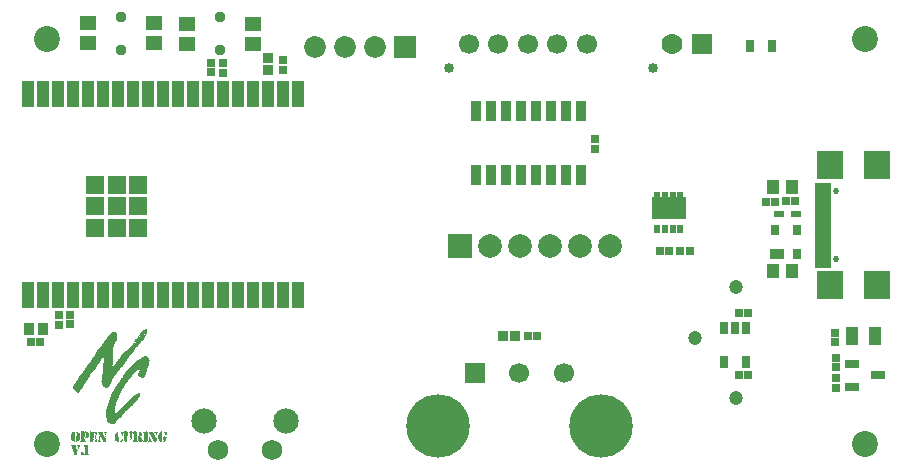
<source format=gts>
G04*
G04 #@! TF.GenerationSoftware,Altium Limited,Altium Designer,20.1.14 (287)*
G04*
G04 Layer_Color=8388736*
%FSLAX44Y44*%
%MOMM*%
G71*
G04*
G04 #@! TF.SameCoordinates,99A645DD-A7E4-4CA2-B257-33081834DCFA*
G04*
G04*
G04 #@! TF.FilePolarity,Negative*
G04*
G01*
G75*
%ADD30R,0.8000X1.0500*%
%ADD37R,1.4000X1.2000*%
%ADD38R,1.2500X0.8000*%
%ADD39R,0.6500X0.6500*%
%ADD40R,1.1000X2.2000*%
%ADD41R,1.1000X1.6000*%
%ADD42R,1.2000X0.9000*%
%ADD43R,0.8000X0.9000*%
%ADD44R,0.7200X0.7600*%
%ADD45C,1.2000*%
%ADD46R,2.2000X2.3800*%
%ADD47R,1.3500X0.5000*%
%ADD48R,2.9500X1.6700*%
%ADD49R,2.9500X0.4500*%
%ADD50R,0.6000X0.6100*%
%ADD51R,0.6000X0.7500*%
%ADD52R,0.8000X1.1000*%
%ADD53R,0.8500X1.7500*%
%ADD54R,0.8700X0.6200*%
%ADD55R,0.8500X0.8500*%
%ADD56R,1.5300X1.5300*%
%ADD57R,0.9500X1.0500*%
%ADD58R,1.1000X1.2000*%
%ADD59R,0.7600X0.7200*%
%ADD60R,0.6500X0.6500*%
%ADD61R,0.8500X0.8500*%
%ADD62C,0.9500*%
%ADD63R,1.7750X1.7750*%
%ADD64C,1.7750*%
%ADD65C,0.8500*%
%ADD66C,0.5250*%
%ADD67R,1.7000X1.7000*%
%ADD68C,1.7000*%
%ADD69C,5.3600*%
%ADD70C,2.0000*%
%ADD71R,2.0000X2.0000*%
%ADD72C,1.8500*%
%ADD73R,1.8500X1.8500*%
%ADD74C,2.1500*%
%ADD75C,1.7400*%
%ADD76C,2.2000*%
G36*
X1468904Y926727D02*
X1469163Y926625D01*
X1469436Y926470D01*
X1469845Y926236D01*
X1470255Y926003D01*
X1470694Y925663D01*
X1471079Y925308D01*
X1471411Y924938D01*
X1471426Y924884D01*
X1471509Y924792D01*
X1471675Y924607D01*
X1471802Y924354D01*
X1472163Y923877D01*
X1472471Y923385D01*
X1472485Y923332D01*
X1472422Y923141D01*
X1472350Y922776D01*
X1472263Y922464D01*
X1472175Y922152D01*
X1472190Y922099D01*
X1472166Y921977D01*
X1472088Y921840D01*
X1472040Y921597D01*
X1471904Y921041D01*
X1471837Y920446D01*
X1471851Y920393D01*
X1471827Y920271D01*
X1471818Y920096D01*
X1471730Y919784D01*
X1471673Y919365D01*
X1471576Y918877D01*
X1471440Y918322D01*
X1471280Y917644D01*
X1470408Y914525D01*
X1470369Y914457D01*
X1470345Y914335D01*
X1470199Y914237D01*
X1470145Y914222D01*
X1470023Y914247D01*
X1470038Y914193D01*
X1469960Y914056D01*
X1469897Y913866D01*
X1469849Y913623D01*
X1469621Y912984D01*
X1469368Y912224D01*
X1469077Y911395D01*
X1468801Y910513D01*
X1468549Y909753D01*
X1468360Y909182D01*
X1468374Y909129D01*
X1468282Y909046D01*
X1468102Y908651D01*
X1467693Y908251D01*
X1467470Y908017D01*
X1467109Y907860D01*
X1467056Y907845D01*
X1466934Y907870D01*
X1466758Y907879D01*
X1466530Y907874D01*
X1466027Y908024D01*
X1465496Y908282D01*
X1465428Y908320D01*
X1465223Y908437D01*
X1464950Y908593D01*
X1464472Y908865D01*
X1464335Y908943D01*
X1464131Y909059D01*
X1463843Y909268D01*
X1463638Y909385D01*
X1463570Y909424D01*
X1463487Y909516D01*
X1463282Y909633D01*
X1463102Y909871D01*
X1462853Y910149D01*
X1462657Y910441D01*
X1462501Y910801D01*
X1462452Y911191D01*
X1462491Y911259D01*
X1462592Y911517D01*
X1462733Y911844D01*
X1462859Y912224D01*
X1463258Y913082D01*
X1463437Y913477D01*
X1463578Y913804D01*
X1463617Y913872D01*
X1463719Y914130D01*
X1463899Y914525D01*
X1464103Y915042D01*
X1464384Y915695D01*
X1464690Y916470D01*
X1464967Y917353D01*
X1465077Y917687D01*
X1465054Y917665D01*
X1464368Y917016D01*
X1464275Y916933D01*
X1464129Y916835D01*
X1463959Y916616D01*
X1462446Y914991D01*
X1462393Y914976D01*
X1462261Y914825D01*
X1462077Y914659D01*
X1461853Y914425D01*
X1461536Y914108D01*
X1461220Y913791D01*
X1460456Y913005D01*
X1460418Y912937D01*
X1460286Y912786D01*
X1460077Y912498D01*
X1459722Y912113D01*
X1459668Y912098D01*
X1459630Y912030D01*
X1459420Y911742D01*
X1459104Y911425D01*
X1458803Y911054D01*
X1458710Y910971D01*
X1458525Y910805D01*
X1458263Y910503D01*
X1457908Y910117D01*
X1457869Y910049D01*
X1457684Y909883D01*
X1457382Y909512D01*
X1456949Y908990D01*
X1456896Y908976D01*
X1456872Y908854D01*
X1456594Y908605D01*
X1456239Y908220D01*
X1455923Y907903D01*
X1455884Y907834D01*
X1455699Y907668D01*
X1455398Y907298D01*
X1454980Y906722D01*
X1454887Y906639D01*
X1454678Y906351D01*
X1454352Y905859D01*
X1453973Y905352D01*
X1453516Y904708D01*
X1453020Y903996D01*
X1452578Y903299D01*
X1452121Y902655D01*
X1452082Y902587D01*
X1451965Y902382D01*
X1451756Y902094D01*
X1451508Y901738D01*
X1450934Y900889D01*
X1450701Y900480D01*
X1450453Y900124D01*
X1450414Y900056D01*
X1450375Y899987D01*
X1450181Y899646D01*
X1449972Y899358D01*
X1449894Y899222D01*
X1449855Y899153D01*
X1449466Y898471D01*
X1449427Y898402D01*
X1449350Y898266D01*
X1449248Y898008D01*
X1449107Y897681D01*
X1448703Y897052D01*
X1448509Y896711D01*
X1448246Y896408D01*
X1448208Y896340D01*
X1448183Y896218D01*
X1448081Y895960D01*
X1448042Y895891D01*
X1448018Y895770D01*
X1447941Y895633D01*
X1447916Y895511D01*
X1447878Y895443D01*
X1447800Y895306D01*
X1447644Y895033D01*
X1447465Y894639D01*
X1447192Y894161D01*
X1446857Y893493D01*
X1446498Y892703D01*
X1446129Y891738D01*
X1446105Y891616D01*
X1446003Y891358D01*
X1445823Y890963D01*
X1445634Y890392D01*
X1445148Y889222D01*
X1444959Y888652D01*
X1444770Y888082D01*
X1444086Y886166D01*
X1444047Y886098D01*
X1443999Y885854D01*
X1443911Y885542D01*
X1443839Y885177D01*
X1443713Y884797D01*
X1443640Y884431D01*
X1443553Y884119D01*
X1443490Y883929D01*
X1443451Y883861D01*
X1443441Y883685D01*
X1443354Y883373D01*
X1443282Y883008D01*
X1443185Y882521D01*
X1443103Y881980D01*
X1443035Y881385D01*
X1442983Y880737D01*
X1442997Y880684D01*
X1442949Y880440D01*
X1442984Y880104D01*
X1442979Y879699D01*
X1442932Y878822D01*
X1442942Y878364D01*
X1442938Y877960D01*
X1442953Y877906D01*
X1442928Y877785D01*
X1442895Y877487D01*
X1442887Y877447D01*
X1448106Y882113D01*
X1448125Y882148D01*
X1448218Y882231D01*
X1448388Y882450D01*
X1448651Y882752D01*
X1448967Y883070D01*
X1449415Y883538D01*
X1450023Y884050D01*
X1450724Y884646D01*
X1450762Y884714D01*
X1451001Y884895D01*
X1451186Y885061D01*
X1451356Y885280D01*
X1451619Y885583D01*
X1451935Y885900D01*
X1452027Y885983D01*
X1452105Y886119D01*
X1452236Y886270D01*
X1452275Y886339D01*
X1452353Y886475D01*
X1452538Y886641D01*
X1452723Y886807D01*
X1452815Y886890D01*
X1453000Y887056D01*
X1453331Y887319D01*
X1453779Y887788D01*
X1453818Y887856D01*
X1454017Y887968D01*
X1454241Y888203D01*
X1454465Y888437D01*
X1455020Y888934D01*
X1455258Y889115D01*
X1455443Y889281D01*
X1455482Y889349D01*
X1455574Y889432D01*
X1455759Y889598D01*
X1456022Y889901D01*
X1456392Y890232D01*
X1456800Y890632D01*
X1457355Y891130D01*
X1457948Y891696D01*
X1458041Y891779D01*
X1458226Y891945D01*
X1458542Y892262D01*
X1458912Y892594D01*
X1459282Y892926D01*
X1459598Y893243D01*
X1459914Y893560D01*
X1460099Y893726D01*
X1460153Y893741D01*
X1460191Y893809D01*
X1460338Y893907D01*
X1460537Y894019D01*
X1461448Y894269D01*
X1461635Y894267D01*
X1461769Y894357D01*
X1461877Y894386D01*
X1462130Y894513D01*
X1462183Y894528D01*
X1462276Y894611D01*
X1462514Y894792D01*
X1463907Y895174D01*
X1463922Y895120D01*
X1463951Y895013D01*
X1464039Y894691D01*
X1464103Y894248D01*
X1464094Y894073D01*
X1464070Y893951D01*
X1464084Y893897D01*
X1463992Y893814D01*
X1464586Y893747D01*
X1464547Y893679D01*
X1464499Y893435D01*
X1464412Y893123D01*
X1464324Y892811D01*
X1464252Y892446D01*
X1464111Y892119D01*
X1464063Y891875D01*
X1463985Y891739D01*
X1463893Y891656D01*
X1463761Y891505D01*
X1463537Y891271D01*
X1463499Y891202D01*
X1463353Y891105D01*
X1463182Y890885D01*
X1462997Y890719D01*
X1462959Y890651D01*
X1462866Y890568D01*
X1462818Y890324D01*
X1462677Y889998D01*
X1462302Y889895D01*
X1462263Y889827D01*
X1462025Y889646D01*
X1461723Y889275D01*
X1461237Y888739D01*
X1461183Y888724D01*
X1461105Y888587D01*
X1460974Y888436D01*
X1460789Y888270D01*
X1460449Y887831D01*
X1460079Y887499D01*
X1460025Y887485D01*
X1459947Y887348D01*
X1459763Y887182D01*
X1459446Y886865D01*
X1459091Y886480D01*
X1458605Y885943D01*
X1457972Y885309D01*
X1457223Y884470D01*
X1457170Y884455D01*
X1457092Y884319D01*
X1456907Y884153D01*
X1456722Y883987D01*
X1456669Y883972D01*
X1456576Y883889D01*
X1456430Y883792D01*
X1456338Y883709D01*
X1456284Y883694D01*
X1456206Y883557D01*
X1455983Y883323D01*
X1455666Y883006D01*
X1455574Y882923D01*
X1455481Y882840D01*
X1455428Y882825D01*
X1455389Y882757D01*
X1455112Y882508D01*
X1454849Y882206D01*
X1454586Y881903D01*
X1454533Y881889D01*
X1454494Y881821D01*
X1454348Y881723D01*
X1454163Y881557D01*
X1453715Y881089D01*
X1453175Y880537D01*
X1453136Y880469D01*
X1453059Y880332D01*
X1452874Y880166D01*
X1452621Y880040D01*
X1452567Y880025D01*
X1452382Y879859D01*
X1451998Y879581D01*
X1451565Y879059D01*
X1451511Y879044D01*
X1451487Y878922D01*
X1451278Y878634D01*
X1450976Y878264D01*
X1450675Y877893D01*
X1450636Y877825D01*
X1450451Y877659D01*
X1450203Y877303D01*
X1449863Y876864D01*
X1449770Y876781D01*
X1449615Y876508D01*
X1449352Y876205D01*
X1449182Y875986D01*
X1449128Y875971D01*
X1449089Y875903D01*
X1448958Y875752D01*
X1448734Y875518D01*
X1448403Y875254D01*
X1447995Y874854D01*
X1447455Y874303D01*
X1447362Y874220D01*
X1447177Y874054D01*
X1446861Y873737D01*
X1446452Y873336D01*
X1445990Y872922D01*
X1445504Y872385D01*
X1444355Y871321D01*
X1444317Y871253D01*
X1444132Y871087D01*
X1443908Y870853D01*
X1443592Y870536D01*
X1443290Y870165D01*
X1443027Y869863D01*
X1442818Y869575D01*
X1442648Y869355D01*
X1442609Y869287D01*
X1442424Y869121D01*
X1442118Y868980D01*
X1441528Y868818D01*
X1441246Y868798D01*
X1440963Y868778D01*
X1440749Y868719D01*
X1438268Y869364D01*
X1438200Y869403D01*
X1438063Y869481D01*
X1437912Y869612D01*
X1437639Y869767D01*
X1437351Y869976D01*
X1436995Y870224D01*
X1436503Y870550D01*
X1436488Y870604D01*
X1436444Y870764D01*
X1436409Y871100D01*
X1436375Y871437D01*
X1436311Y871880D01*
X1436232Y872377D01*
X1436046Y873477D01*
X1435912Y874593D01*
X1435740Y875640D01*
X1435730Y876098D01*
X1435681Y876488D01*
X1435714Y876785D01*
X1435709Y877014D01*
X1435694Y877068D01*
X1435719Y877190D01*
X1435782Y877380D01*
X1435777Y877609D01*
X1435820Y878081D01*
X1435815Y878310D01*
X1435824Y878486D01*
X1435809Y878539D01*
X1435795Y878593D01*
X1435814Y878944D01*
X1435750Y879387D01*
X1435763Y879967D01*
X1438119Y888389D01*
X1438105Y888443D01*
X1438182Y888579D01*
X1438245Y888769D01*
X1438416Y888989D01*
X1438454Y889057D01*
X1438547Y889140D01*
X1438517Y889247D01*
X1438542Y889369D01*
X1438551Y889544D01*
X1438590Y889613D01*
X1438614Y889734D01*
X1438726Y890168D01*
X1438764Y890236D01*
X1438789Y890358D01*
X1438866Y890495D01*
X1438905Y890563D01*
X1438944Y890631D01*
X1439007Y890821D01*
X1439080Y891187D01*
X1439206Y891567D01*
X1439356Y892069D01*
X1439560Y892586D01*
X1440046Y893756D01*
X1440614Y894833D01*
X1440638Y894955D01*
X1440663Y895077D01*
X1440711Y895321D01*
X1440750Y895389D01*
X1440813Y895579D01*
X1440993Y895974D01*
X1441377Y896252D01*
X1441362Y896306D01*
X1441440Y896442D01*
X1441542Y896701D01*
X1441668Y897081D01*
X1441887Y897544D01*
X1442130Y898129D01*
X1442518Y898812D01*
X1442985Y899631D01*
X1443024Y899699D01*
X1443116Y899782D01*
X1443432Y900099D01*
X1443788Y900485D01*
X1443934Y900582D01*
X1443972Y900650D01*
X1444050Y900787D01*
X1444206Y901060D01*
X1444322Y901265D01*
X1444493Y901484D01*
X1444687Y901826D01*
X1444935Y902182D01*
X1445207Y902660D01*
X1445572Y903220D01*
X1445975Y903849D01*
X1446471Y904561D01*
X1447045Y905410D01*
X1447657Y906327D01*
X1447696Y906395D01*
X1447828Y906546D01*
X1447983Y906819D01*
X1448231Y907175D01*
X1448518Y907600D01*
X1448844Y908092D01*
X1449534Y909146D01*
X1450263Y910267D01*
X1451007Y911335D01*
X1451333Y911828D01*
X1451634Y912198D01*
X1451882Y912554D01*
X1452038Y912828D01*
X1452077Y912896D01*
X1452169Y912979D01*
X1452300Y913130D01*
X1452417Y913335D01*
X1452865Y913803D01*
X1453366Y914286D01*
X1453419Y914301D01*
X1453458Y914369D01*
X1453589Y914520D01*
X1453775Y914686D01*
X1454237Y915101D01*
X1454762Y915706D01*
X1454801Y915774D01*
X1454893Y915857D01*
X1455064Y916077D01*
X1455287Y916311D01*
X1455550Y916613D01*
X1455905Y916999D01*
X1456314Y917399D01*
X1456708Y917852D01*
X1457695Y918872D01*
X1458829Y919989D01*
X1460055Y921190D01*
X1461403Y922366D01*
X1461456Y922381D01*
X1461549Y922463D01*
X1461680Y922615D01*
X1461865Y922781D01*
X1462157Y922976D01*
X1462435Y923225D01*
X1463150Y923766D01*
X1464026Y924352D01*
X1464956Y924953D01*
X1465954Y925515D01*
X1466981Y925969D01*
X1467088Y925999D01*
X1467273Y926165D01*
X1467327Y926179D01*
X1467366Y926248D01*
X1467672Y926389D01*
X1468086Y926560D01*
X1468393Y926702D01*
X1468607Y926761D01*
X1468729Y926737D01*
X1468851Y926712D01*
X1468836Y926766D01*
X1468904Y926727D01*
D02*
G37*
G36*
X1469488Y949544D02*
X1469738Y949419D01*
X1469925Y949294D01*
X1470175Y949107D01*
X1470238Y949044D01*
X1470300Y948857D01*
X1470363Y948732D01*
Y948482D01*
X1470425Y948170D01*
Y947795D01*
X1470238D01*
Y947857D01*
Y947920D01*
X1470175Y947982D01*
X1470050Y947920D01*
X1469988Y947857D01*
X1470050Y947795D01*
Y947732D01*
X1470113Y947670D01*
X1470175Y947295D01*
Y946795D01*
Y946670D01*
X1470113Y946482D01*
X1470050Y946233D01*
X1469988Y946108D01*
Y946045D01*
X1469925Y945795D01*
X1469863Y945420D01*
X1469738Y944983D01*
X1469550Y944421D01*
X1469300Y943921D01*
X1468925Y943358D01*
X1468426Y942859D01*
Y942796D01*
X1468301Y942671D01*
X1468113Y942234D01*
X1467863Y941796D01*
X1467801Y941671D01*
X1467738Y941546D01*
Y941484D01*
X1467613Y941421D01*
X1467488Y941234D01*
X1467301Y941046D01*
X1466738Y940359D01*
X1466051Y939547D01*
X1465989Y939484D01*
X1465864Y939359D01*
X1465676Y939109D01*
X1465426Y938859D01*
X1464926Y938172D01*
X1464427Y937547D01*
X1464364Y937485D01*
X1464114Y937172D01*
X1463739Y936673D01*
X1463239Y935923D01*
X1463177Y935860D01*
X1463114Y935735D01*
X1462927Y935548D01*
X1462615Y935235D01*
X1462302Y934923D01*
X1461802Y934548D01*
X1461240Y934173D01*
X1460615Y933736D01*
X1459303Y930737D01*
Y930674D01*
X1459178Y930487D01*
X1459053Y930299D01*
X1458866Y930174D01*
X1458803Y930112D01*
X1458678Y929987D01*
X1458428Y929674D01*
X1458053Y929299D01*
X1457553Y928675D01*
X1456991Y927987D01*
X1456241Y927050D01*
X1455366Y925925D01*
X1455304Y925863D01*
X1455242Y925738D01*
X1455054Y925488D01*
X1454867Y925238D01*
X1454429Y924738D01*
X1454242Y924488D01*
X1454117Y924301D01*
X1454054Y924238D01*
X1453929Y924051D01*
X1453617Y923676D01*
X1453429Y923363D01*
X1453117Y923051D01*
X1452805Y922614D01*
X1452430Y922114D01*
X1451992Y921551D01*
X1451492Y920864D01*
X1450930Y920114D01*
X1450243Y919240D01*
X1449493Y918240D01*
X1448681Y917178D01*
X1448618Y917115D01*
X1448493Y916865D01*
X1448181Y916490D01*
X1447743Y915928D01*
X1447056Y915116D01*
X1446681Y914616D01*
X1446244Y914116D01*
X1445744Y913491D01*
X1445244Y912804D01*
X1444619Y912054D01*
X1443932Y911242D01*
X1443869Y911179D01*
X1443744Y911054D01*
X1443557Y910804D01*
X1443307Y910554D01*
X1443244Y910492D01*
X1443120Y910367D01*
X1442807Y909929D01*
Y909867D01*
X1442745Y909804D01*
X1442620Y909617D01*
X1442495Y909305D01*
Y909242D01*
X1442370Y909117D01*
X1442307Y908930D01*
X1442182Y908805D01*
X1442120Y908742D01*
X1441995Y908555D01*
X1441745Y908242D01*
X1441495Y907805D01*
X1441183Y907243D01*
X1440870Y906618D01*
X1440558Y905868D01*
X1440245Y904993D01*
Y904931D01*
X1440120Y904681D01*
X1440058Y904431D01*
X1439933Y904181D01*
X1439870Y904118D01*
X1439745Y903868D01*
X1439558Y903556D01*
X1439308Y903181D01*
X1439246Y903056D01*
X1439121Y902806D01*
X1438933Y902369D01*
X1438683Y901869D01*
X1438621Y901744D01*
X1438496Y901494D01*
X1438371Y901182D01*
X1438183Y900869D01*
X1438121Y900807D01*
X1438058Y900619D01*
X1437871Y900432D01*
X1437684Y900119D01*
X1437433Y899870D01*
X1437121Y899620D01*
X1436746Y899432D01*
X1436371Y899370D01*
X1435871D01*
X1435497Y899432D01*
X1435434D01*
X1435184Y899495D01*
X1434872Y899557D01*
X1434559D01*
Y899620D01*
X1434497Y899682D01*
X1434247Y899994D01*
X1433810Y900557D01*
X1433185Y901182D01*
X1433122Y901244D01*
X1432935Y901494D01*
X1432622Y901931D01*
X1432310Y902494D01*
X1432060Y903244D01*
X1431810Y904056D01*
X1431685Y905056D01*
X1431747Y906118D01*
Y906180D01*
X1431810Y906430D01*
X1431872Y906743D01*
X1431935Y907118D01*
X1431997Y907555D01*
X1432060Y907930D01*
X1432122Y908242D01*
Y908430D01*
X1432622Y912616D01*
Y912679D01*
Y912804D01*
X1432685Y913054D01*
Y913366D01*
X1432810Y914178D01*
X1432872Y915053D01*
X1432997Y916053D01*
X1433060Y916928D01*
X1433122Y917302D01*
Y917615D01*
X1433185Y917865D01*
Y918052D01*
Y918115D01*
Y918240D01*
Y918490D01*
X1433247Y918865D01*
Y919364D01*
X1433310Y919989D01*
X1433372Y920739D01*
X1433497Y921676D01*
Y921739D01*
X1433560Y921989D01*
X1433622Y922301D01*
X1433685Y922801D01*
X1433747Y923426D01*
X1433810Y924176D01*
X1433934Y924988D01*
X1433997Y925925D01*
Y925988D01*
Y926175D01*
X1434059Y926425D01*
X1434122Y926738D01*
Y926863D01*
X1434184Y927113D01*
X1434247Y927612D01*
Y927675D01*
X1433997Y927300D01*
X1433685Y926863D01*
X1433310Y926363D01*
X1433247Y926300D01*
X1433122Y926113D01*
X1432935Y925863D01*
X1432747Y925550D01*
X1432247Y924863D01*
X1431997Y924551D01*
X1431810Y924238D01*
X1431747Y924176D01*
X1431685Y924051D01*
X1431560Y923863D01*
X1431373Y923613D01*
X1431123Y923239D01*
X1430873Y922864D01*
X1430560Y922364D01*
X1430498Y922301D01*
X1430435Y922114D01*
X1430248Y921864D01*
X1430060Y921614D01*
X1429686Y920989D01*
X1429498Y920677D01*
X1429311Y920489D01*
X1428373Y919052D01*
X1428311Y918990D01*
X1428123Y918740D01*
X1427874Y918302D01*
X1427499Y917740D01*
Y917677D01*
X1427436Y917615D01*
X1427186Y917302D01*
X1426936Y916928D01*
X1426749Y916615D01*
X1422375Y910367D01*
Y910304D01*
X1422250Y910179D01*
X1422187Y910117D01*
X1422125Y909992D01*
Y909929D01*
X1422063Y909867D01*
X1421812Y909492D01*
X1421750Y909429D01*
X1421688Y909305D01*
X1421500Y909055D01*
X1421250Y908680D01*
X1420875Y908180D01*
X1420500Y907555D01*
X1420000Y906868D01*
X1419438Y905993D01*
X1419376Y905868D01*
X1419188Y905618D01*
X1418876Y905181D01*
X1418501Y904618D01*
X1417626Y903493D01*
X1417189Y902931D01*
X1416814Y902494D01*
Y902431D01*
X1416751Y902369D01*
X1416626Y902181D01*
X1416501Y901931D01*
X1416189Y901307D01*
X1415752Y900432D01*
X1415252Y899495D01*
X1414627Y898432D01*
X1413440Y896120D01*
X1413377Y896058D01*
X1413252Y895871D01*
X1413065Y895621D01*
X1412752Y895433D01*
X1412690Y895371D01*
X1412502Y895308D01*
X1412253Y895246D01*
X1412003Y895183D01*
X1411940D01*
X1411878Y895246D01*
X1411440Y895371D01*
X1410940Y895621D01*
X1410316Y896058D01*
X1410253D01*
X1410190Y896120D01*
X1409941Y896308D01*
X1409878Y896433D01*
X1409753Y896558D01*
X1409566Y896745D01*
X1409503Y896808D01*
X1409378Y896995D01*
X1409128Y897245D01*
X1408878Y897620D01*
X1407629Y898682D01*
Y898745D01*
X1407566Y898932D01*
X1407504Y899182D01*
X1407441Y899432D01*
Y899495D01*
X1407379Y899682D01*
Y899932D01*
X1407316Y900244D01*
X1411144Y905993D01*
X1411003D01*
X1411065Y906055D01*
X1411128Y906180D01*
X1411315Y906430D01*
X1411503Y906743D01*
X1413877Y910367D01*
X1413940Y910429D01*
X1414002Y910617D01*
X1414252Y910867D01*
X1414502Y911179D01*
X1414564Y911242D01*
X1414752Y911491D01*
X1415002Y911679D01*
X1415127Y911929D01*
X1415189Y911991D01*
Y912116D01*
X1415314Y912241D01*
X1415439Y912491D01*
X1415627Y912804D01*
X1415876Y913179D01*
X1416189Y913616D01*
X1416564Y914178D01*
X1416626Y914241D01*
X1416751Y914491D01*
X1417001Y914866D01*
X1417314Y915303D01*
X1417689Y915803D01*
X1418126Y916428D01*
X1419126Y917677D01*
X1419251Y917802D01*
X1419313Y917927D01*
X1419501Y918177D01*
X1422500Y922676D01*
X1422562Y922801D01*
X1422750Y923051D01*
X1423062Y923488D01*
X1423437Y923988D01*
X1423937Y924613D01*
X1424499Y925238D01*
X1425686Y926613D01*
Y926675D01*
X1425811Y926863D01*
X1425936Y927175D01*
X1426186Y927612D01*
X1426499Y928175D01*
X1426874Y928800D01*
X1427436Y929612D01*
X1428061Y930549D01*
X1432060Y935985D01*
X1432122Y936110D01*
X1432372Y936423D01*
X1432685Y936923D01*
X1433185Y937547D01*
X1433247Y937610D01*
X1433310Y937735D01*
X1433622Y938110D01*
X1433934Y938485D01*
X1434059Y938672D01*
X1434184Y938797D01*
Y938859D01*
X1434309Y938985D01*
X1434434Y939109D01*
X1434559Y939297D01*
X1434809Y939609D01*
X1435059Y939922D01*
X1435122Y939984D01*
X1435184Y940109D01*
X1435372Y940297D01*
X1435559Y940547D01*
X1435934Y941046D01*
X1436246Y941546D01*
Y941609D01*
X1436309Y941671D01*
X1436434Y941859D01*
X1436621Y942109D01*
X1436746Y942421D01*
X1436996Y942796D01*
X1437246Y943233D01*
X1437496Y943796D01*
X1437558Y943858D01*
X1437746Y943983D01*
X1437996Y944171D01*
X1438246Y944483D01*
X1438933Y945170D01*
X1439246Y945545D01*
X1439496Y945920D01*
X1439558D01*
X1439621Y945983D01*
X1439995Y946170D01*
X1440558Y946420D01*
X1441308Y946670D01*
X1441370D01*
X1441495Y946732D01*
X1441682Y946795D01*
X1441995Y946920D01*
X1442620Y947170D01*
X1443369Y947420D01*
X1443432Y947357D01*
X1443495Y947295D01*
X1443869Y946982D01*
X1444244Y946545D01*
X1444369Y946295D01*
X1444432Y946108D01*
X1445181Y941609D01*
Y941546D01*
X1445119Y941421D01*
X1445057Y941171D01*
X1444994Y940859D01*
X1444619Y940047D01*
X1444307Y939609D01*
X1443994Y939172D01*
X1443932Y939109D01*
X1443744Y938859D01*
X1443495Y938485D01*
X1443182Y938047D01*
X1442807Y937422D01*
X1442495Y936735D01*
X1442182Y935985D01*
X1441932Y935173D01*
Y935110D01*
X1441870Y934923D01*
Y934735D01*
X1441807Y934423D01*
X1441745Y933861D01*
X1441682Y933611D01*
Y933486D01*
Y931799D01*
Y931736D01*
Y931611D01*
X1441620Y931299D01*
Y930986D01*
X1441557Y930549D01*
Y930112D01*
X1441432Y929050D01*
X1441370Y927862D01*
X1441245Y926675D01*
X1441120Y925550D01*
Y925051D01*
X1441058Y924613D01*
Y924551D01*
Y924363D01*
Y924051D01*
Y923676D01*
Y922801D01*
X1441183Y921801D01*
Y921739D01*
Y921489D01*
Y921051D01*
X1441058Y920427D01*
X1440685Y917211D01*
X1440808Y917365D01*
X1440995Y917552D01*
X1441120Y917677D01*
X1441245Y917802D01*
X1441432Y917990D01*
X1441495Y918052D01*
X1441620Y918240D01*
X1442057Y918615D01*
X1442120Y918677D01*
X1442182Y918740D01*
X1442557Y919115D01*
X1443120Y919677D01*
X1443744Y920489D01*
X1445057Y922239D01*
X1445119Y922301D01*
X1445307Y922551D01*
X1445556Y922926D01*
X1446056Y923488D01*
Y923551D01*
X1446181Y923613D01*
X1446306Y923801D01*
X1446494Y924051D01*
X1446994Y924738D01*
X1447618Y925613D01*
X1448431Y926675D01*
X1449368Y927862D01*
X1450430Y929174D01*
X1451555Y930487D01*
X1451617Y930549D01*
X1451742Y930612D01*
X1451930Y930799D01*
X1452180Y930924D01*
X1452242D01*
X1452367Y930986D01*
X1452555Y931049D01*
X1452592Y931037D01*
X1458214Y936396D01*
X1458303Y936485D01*
Y936548D01*
X1458428Y936673D01*
X1458491Y936860D01*
X1458678Y937235D01*
X1458741Y937297D01*
X1458866Y937547D01*
X1458990Y937735D01*
X1459053Y937797D01*
Y938172D01*
X1459115Y938235D01*
X1459240Y938297D01*
X1459439Y938463D01*
X1459365Y938610D01*
Y939047D01*
X1459490Y939547D01*
X1460063D01*
X1460428Y939234D01*
X1460303Y939109D01*
X1460053Y938985D01*
X1459615Y938610D01*
X1459439Y938463D01*
X1459553Y938235D01*
X1459803Y937922D01*
X1460053Y937672D01*
X1460365Y937485D01*
X1460553Y937422D01*
X1460615Y937360D01*
Y937860D01*
X1460678Y938235D01*
X1460740Y938485D01*
Y938610D01*
Y938797D01*
Y938985D01*
X1460490Y939297D01*
X1460240Y939484D01*
X1460178Y939547D01*
X1460063D01*
X1459990Y939609D01*
Y939672D01*
X1460053Y939734D01*
X1460178Y940109D01*
X1460428Y940484D01*
X1460678Y940921D01*
X1460740Y940984D01*
X1460990Y941234D01*
X1461365Y941609D01*
X1461927Y941984D01*
X1462240Y941609D01*
Y941671D01*
X1462302Y941734D01*
X1462552Y942046D01*
X1462740Y942296D01*
X1462865Y942359D01*
X1462990D01*
X1462927Y942484D01*
Y942608D01*
X1462865Y942734D01*
Y942983D01*
Y943296D01*
Y943358D01*
X1462927Y943546D01*
X1462990Y943796D01*
X1463114Y944046D01*
Y943983D01*
X1463177Y943921D01*
X1463239D01*
X1463364Y943983D01*
X1463552Y944233D01*
X1463802Y944546D01*
X1464177Y945108D01*
X1464239Y945170D01*
X1464364Y945420D01*
X1464552Y945733D01*
X1464801Y946108D01*
X1465364Y946920D01*
X1465676Y947357D01*
X1465926Y947670D01*
X1465989Y947732D01*
X1466176Y947920D01*
X1466551Y948170D01*
X1467051Y948482D01*
X1467113D01*
X1467301Y948544D01*
X1467551Y948607D01*
X1467676Y948544D01*
X1467738Y948482D01*
Y948419D01*
X1467613Y948357D01*
X1467676D01*
X1467801Y948482D01*
X1467988Y948607D01*
X1468238Y948857D01*
X1468301Y948919D01*
X1468551Y949107D01*
X1468925Y949357D01*
X1469425Y949607D01*
X1469488Y949544D01*
D02*
G37*
G36*
X1412756Y851220D02*
X1412850Y851210D01*
X1413069Y851189D01*
X1413298Y851148D01*
X1413517Y851096D01*
X1413610Y851054D01*
X1413683Y851012D01*
X1413756Y850960D01*
X1413798Y850908D01*
X1413808Y850898D01*
X1413819Y850846D01*
Y850773D01*
X1413798Y850658D01*
X1413777Y850596D01*
X1413746Y850512D01*
X1413694Y850429D01*
X1413631Y850335D01*
X1413558Y850231D01*
X1413465Y850117D01*
X1413350Y849992D01*
X1413215Y849856D01*
X1413204Y849846D01*
X1413173Y849815D01*
X1413121Y849762D01*
X1413058Y849700D01*
X1412986Y849617D01*
X1412913Y849523D01*
X1412777Y849325D01*
X1412767Y849315D01*
X1412746Y849273D01*
X1412715Y849200D01*
X1412663Y849096D01*
X1412600Y848950D01*
X1412527Y848773D01*
X1412496Y848669D01*
X1412454Y848555D01*
X1412402Y848429D01*
X1412361Y848294D01*
Y848284D01*
X1412350Y848252D01*
X1412330Y848200D01*
X1412319Y848128D01*
X1412288Y848055D01*
X1412257Y847961D01*
X1412194Y847774D01*
X1412111Y847586D01*
X1412059Y847492D01*
X1412017Y847419D01*
X1411965Y847346D01*
X1411913Y847294D01*
X1411861Y847263D01*
X1411809Y847253D01*
X1411767D01*
X1411715Y847274D01*
X1411653Y847294D01*
X1411590Y847326D01*
X1411528Y847378D01*
X1411465Y847451D01*
X1411423Y847555D01*
Y847565D01*
X1411413Y847607D01*
X1411403Y847659D01*
Y847732D01*
Y847805D01*
X1411423Y847898D01*
X1411455Y847982D01*
X1411507Y848055D01*
Y848065D01*
X1411517Y848086D01*
X1411538Y848138D01*
X1411559Y848221D01*
Y848273D01*
X1411569Y848346D01*
X1411580Y848419D01*
X1411590Y848513D01*
Y848617D01*
X1411600Y848732D01*
Y848867D01*
Y849023D01*
Y849034D01*
Y849054D01*
Y849075D01*
Y849117D01*
Y849221D01*
X1411590Y849336D01*
Y849471D01*
X1411580Y849585D01*
X1411569Y849700D01*
X1411548Y849773D01*
Y849783D01*
X1411538Y849804D01*
X1411528Y849825D01*
X1411507Y849867D01*
X1411444Y849960D01*
X1411392Y850013D01*
X1411340Y850064D01*
X1411330Y850075D01*
X1411288Y850117D01*
X1411236Y850158D01*
X1411163Y850231D01*
X1411101Y850294D01*
X1411038Y850377D01*
X1410986Y850450D01*
X1410955Y850512D01*
Y850523D01*
Y850544D01*
Y850585D01*
Y850627D01*
X1410965Y850689D01*
X1410986Y850752D01*
X1411017Y850825D01*
X1411059Y850908D01*
X1411069Y850919D01*
X1411121Y850960D01*
X1411153Y850981D01*
X1411205Y851012D01*
X1411267Y851043D01*
X1411340Y851075D01*
X1411423Y851096D01*
X1411528Y851127D01*
X1411642Y851158D01*
X1411777Y851179D01*
X1411923Y851200D01*
X1412090Y851220D01*
X1412277Y851231D01*
X1412663D01*
X1412756Y851220D01*
D02*
G37*
G36*
X1411288Y847086D02*
X1411351Y847076D01*
X1411413Y847045D01*
X1411476Y846992D01*
X1411538Y846919D01*
X1411580Y846815D01*
X1411590Y846670D01*
Y846649D01*
Y846607D01*
X1411569Y846534D01*
X1411548Y846461D01*
X1411507Y846378D01*
X1411444Y846305D01*
X1411361Y846263D01*
X1411246Y846243D01*
X1411236D01*
X1411194Y846253D01*
X1411132Y846263D01*
X1411069Y846295D01*
X1411007Y846347D01*
X1410944Y846420D01*
X1410903Y846524D01*
X1410892Y846670D01*
Y846690D01*
X1410903Y846732D01*
X1410913Y846805D01*
X1410934Y846888D01*
X1410976Y846961D01*
X1411038Y847034D01*
X1411121Y847076D01*
X1411236Y847097D01*
X1411246D01*
X1411288Y847086D01*
D02*
G37*
G36*
X1408882Y851220D02*
X1409132D01*
X1409382Y851210D01*
X1409507Y851200D01*
X1409611Y851189D01*
X1409705Y851179D01*
X1409778Y851168D01*
X1409799D01*
X1409841Y851158D01*
X1409903Y851137D01*
X1409986Y851096D01*
X1410070Y851043D01*
X1410163Y850971D01*
X1410247Y850877D01*
X1410320Y850762D01*
X1410330Y850752D01*
X1410340Y850710D01*
X1410351Y850648D01*
X1410361Y850575D01*
Y850491D01*
X1410340Y850408D01*
X1410299Y850325D01*
X1410236Y850252D01*
X1410226Y850242D01*
X1410205Y850210D01*
X1410174Y850158D01*
X1410143Y850075D01*
X1410101Y849971D01*
X1410080Y849835D01*
X1410070Y849669D01*
Y849461D01*
Y849450D01*
Y849440D01*
X1410080Y849398D01*
Y849356D01*
X1410101Y849242D01*
X1410132Y849096D01*
X1410174Y848919D01*
X1410226Y848711D01*
X1410299Y848502D01*
X1410382Y848273D01*
Y848263D01*
X1410392Y848252D01*
X1410403Y848221D01*
X1410413Y848180D01*
X1410455Y848075D01*
X1410497Y847940D01*
X1410528Y847774D01*
X1410569Y847586D01*
X1410590Y847388D01*
X1410601Y847180D01*
Y847159D01*
Y847117D01*
X1410611Y847045D01*
Y846961D01*
X1410622Y846857D01*
X1410642Y846763D01*
X1410674Y846659D01*
X1410705Y846565D01*
X1410715Y846555D01*
X1410726Y846524D01*
X1410746Y846482D01*
X1410767Y846420D01*
X1410788Y846347D01*
X1410799Y846263D01*
X1410819Y846180D01*
Y846076D01*
Y846066D01*
Y846024D01*
X1410830Y845951D01*
X1410840Y845868D01*
X1410851Y845753D01*
X1410861Y845618D01*
X1410871Y845462D01*
X1410892Y845295D01*
Y845274D01*
X1410903Y845222D01*
X1410913Y845139D01*
X1410924Y845035D01*
X1410934Y844816D01*
X1410944Y844712D01*
Y844628D01*
Y844618D01*
Y844597D01*
Y844556D01*
X1410934Y844503D01*
Y844431D01*
X1410924Y844347D01*
X1410903Y844253D01*
X1410882Y844139D01*
Y844129D01*
X1410871Y844087D01*
X1410861Y844035D01*
X1410840Y843983D01*
X1410819Y843920D01*
X1410788Y843858D01*
X1410746Y843816D01*
X1410705Y843785D01*
Y843774D01*
X1410694Y843754D01*
X1410684Y843712D01*
X1410663Y843660D01*
X1410611Y843525D01*
X1410599Y843496D01*
X1410622Y843504D01*
X1410715Y843514D01*
X1410819Y843504D01*
X1410871Y843493D01*
X1410913Y843462D01*
X1410955Y843420D01*
X1410997Y843368D01*
Y843358D01*
Y843337D01*
X1411007Y843295D01*
X1410997Y843254D01*
X1410986Y843139D01*
X1410965Y843066D01*
X1410934Y843004D01*
Y842993D01*
X1410924Y842973D01*
X1410871Y842910D01*
X1410788Y842816D01*
X1410663Y842744D01*
X1410653D01*
X1410632Y842733D01*
X1410590Y842723D01*
X1410497D01*
X1410434Y842733D01*
X1410361Y842754D01*
X1410299Y842785D01*
X1410288Y842796D01*
X1410278Y842827D01*
X1410257Y842879D01*
X1410278Y842900D01*
X1410320Y842941D01*
X1410361Y843004D01*
X1410403Y843066D01*
X1410476Y843212D01*
X1410549Y843379D01*
X1410599Y843496D01*
X1410528Y843473D01*
X1410455Y843431D01*
X1410403Y843400D01*
X1410382Y843389D01*
X1410309Y843254D01*
X1410267Y843139D01*
X1410247Y843035D01*
Y842952D01*
X1410257Y842879D01*
X1410247Y842868D01*
X1410236D01*
X1410215Y842848D01*
X1410163Y842827D01*
X1410101Y842806D01*
X1410018Y842785D01*
X1409913Y842764D01*
X1409778Y842754D01*
X1409622Y842744D01*
X1409549D01*
X1409476Y842754D01*
X1409382Y842764D01*
X1409174Y842796D01*
X1409080Y842827D01*
X1409007Y842868D01*
X1408997Y842879D01*
X1408976Y842900D01*
X1408945Y842931D01*
X1408903Y842993D01*
X1408851Y843077D01*
X1408789Y843181D01*
X1408726Y843306D01*
X1408664Y843462D01*
X1408653Y843473D01*
X1408643Y843514D01*
X1408612Y843587D01*
X1408580Y843670D01*
X1408549Y843774D01*
X1408508Y843889D01*
X1408435Y844139D01*
Y844160D01*
X1408424Y844202D01*
X1408403Y844264D01*
X1408383Y844337D01*
X1408331Y844524D01*
X1408299Y844608D01*
X1408278Y844691D01*
Y844701D01*
X1408268Y844722D01*
X1408247Y844774D01*
X1408226Y844826D01*
X1408195Y844899D01*
X1408153Y844983D01*
X1408101Y845076D01*
X1408039Y845180D01*
X1408029Y845201D01*
X1407997Y845253D01*
X1407956Y845347D01*
X1407903Y845482D01*
X1407872Y845566D01*
X1407841Y845649D01*
X1407799Y845753D01*
X1407768Y845868D01*
X1407726Y845993D01*
X1407695Y846128D01*
X1407654Y846284D01*
X1407612Y846441D01*
Y846451D01*
X1407601Y846482D01*
X1407591Y846524D01*
X1407581Y846586D01*
X1407560Y846670D01*
X1407539Y846753D01*
X1407487Y846961D01*
X1407414Y847190D01*
X1407352Y847430D01*
X1407268Y847680D01*
X1407195Y847898D01*
Y847909D01*
X1407175Y847951D01*
X1407154Y848013D01*
X1407122Y848096D01*
X1407091Y848200D01*
X1407050Y848336D01*
X1406998Y848492D01*
X1406945Y848680D01*
Y848690D01*
X1406935Y848700D01*
Y848732D01*
X1406925Y848773D01*
X1406893Y848867D01*
X1406852Y848992D01*
X1406810Y849138D01*
X1406758Y849284D01*
X1406706Y849440D01*
X1406654Y849585D01*
X1406643Y849606D01*
X1406633Y849648D01*
X1406602Y849710D01*
X1406560Y849794D01*
X1406466Y849981D01*
X1406404Y850064D01*
X1406341Y850137D01*
X1406331Y850148D01*
X1406321Y850179D01*
X1406289Y850221D01*
X1406268Y850283D01*
X1406237Y850346D01*
X1406206Y850429D01*
X1406196Y850512D01*
X1406185Y850606D01*
X1406196Y850689D01*
X1406216Y850783D01*
X1406258Y850877D01*
X1406331Y850960D01*
X1406435Y851033D01*
X1406560Y851096D01*
X1406727Y851148D01*
X1406831Y851168D01*
X1406935Y851189D01*
X1406987D01*
X1407018Y851200D01*
X1407122D01*
X1407268Y851210D01*
X1407456Y851220D01*
X1407685D01*
X1407956Y851231D01*
X1408643D01*
X1408882Y851220D01*
D02*
G37*
G36*
X1415464Y845055D02*
X1415506D01*
X1415610Y845024D01*
X1415745Y844993D01*
X1415891Y844930D01*
X1416058Y844857D01*
X1416224Y844753D01*
X1416380Y844618D01*
X1416391Y844608D01*
X1416433Y844566D01*
X1416485Y844514D01*
X1416537Y844431D01*
X1416599Y844347D01*
X1416651Y844243D01*
X1416693Y844129D01*
X1416714Y844014D01*
Y844004D01*
Y843962D01*
X1416703Y843889D01*
X1416693Y843795D01*
X1416672Y843681D01*
X1416630Y843535D01*
X1416578Y843379D01*
X1416495Y843202D01*
X1416485Y843191D01*
X1416474Y843150D01*
X1416443Y843108D01*
X1416401Y843046D01*
X1416287Y842900D01*
X1416224Y842837D01*
X1416151Y842785D01*
X1416141D01*
X1416120Y842764D01*
X1416078Y842754D01*
X1416016Y842733D01*
X1415954Y842712D01*
X1415870Y842691D01*
X1415766Y842681D01*
X1415662Y842671D01*
X1415589D01*
X1415537Y842681D01*
X1415412Y842691D01*
X1415277Y842712D01*
X1415266D01*
X1415245Y842723D01*
X1415214Y842733D01*
X1415172Y842744D01*
X1415068Y842764D01*
X1414975Y842796D01*
X1414954Y842806D01*
X1414912Y842816D01*
X1414882Y842832D01*
X1414881Y842827D01*
X1414860Y842764D01*
X1414818Y842702D01*
X1414766Y842650D01*
X1414756D01*
X1414735Y842639D01*
X1414704Y842629D01*
X1414652Y842618D01*
X1414589D01*
X1414506Y842629D01*
X1414423Y842660D01*
X1414319Y842712D01*
X1414308Y842733D01*
X1414267Y842775D01*
X1414214Y842837D01*
X1414152Y842921D01*
X1414100Y843025D01*
X1414058Y843129D01*
X1414048Y843233D01*
Y843285D01*
X1414058Y843337D01*
X1414069Y843347D01*
X1414079Y843368D01*
X1414110Y843389D01*
X1414152Y843420D01*
X1414207Y843429D01*
X1414152Y843493D01*
X1414089Y843597D01*
X1414048Y843733D01*
X1414027Y843889D01*
X1414037Y844066D01*
Y844077D01*
Y844087D01*
X1414058Y844149D01*
X1414079Y844243D01*
X1414121Y844358D01*
X1414173Y844483D01*
X1414235Y844608D01*
X1414329Y844722D01*
X1414433Y844816D01*
X1414454Y844826D01*
X1414506Y844857D01*
X1414600Y844910D01*
X1414714Y844962D01*
X1414860Y845014D01*
X1415027Y845045D01*
X1415214Y845066D01*
X1415433D01*
X1415464Y845055D01*
D02*
G37*
G36*
X1420202Y851137D02*
X1420171Y849304D01*
Y849294D01*
Y849263D01*
Y849211D01*
Y849127D01*
Y849044D01*
X1420161Y848929D01*
Y848804D01*
Y848669D01*
X1420150Y848523D01*
Y848357D01*
X1420140Y848003D01*
X1420119Y847617D01*
X1420109Y847222D01*
X1420088Y846805D01*
X1420067Y846399D01*
X1420036Y846003D01*
X1420005Y845628D01*
X1419984Y845451D01*
X1419973Y845285D01*
X1419953Y845128D01*
X1419932Y844983D01*
X1419911Y844847D01*
X1419890Y844733D01*
X1419863Y844653D01*
X1419942Y844660D01*
X1419963D01*
X1420005Y844649D01*
X1420057Y844608D01*
X1420088Y844587D01*
X1420119Y844545D01*
X1420150Y844503D01*
X1420182Y844441D01*
X1420202Y844368D01*
X1420223Y844274D01*
X1420234Y844170D01*
X1420244Y844056D01*
Y843910D01*
X1420234Y843754D01*
Y843743D01*
X1420223Y843702D01*
X1420213Y843639D01*
Y843566D01*
X1420202Y843504D01*
X1420192Y843441D01*
X1420182Y843400D01*
Y843379D01*
X1420338D01*
X1420379Y843368D01*
X1420442Y843358D01*
X1420567Y843327D01*
X1420629Y843285D01*
X1420692Y843243D01*
X1420702Y843233D01*
X1420713Y843223D01*
X1420744Y843191D01*
X1420765Y843150D01*
X1420786Y843108D01*
X1420806Y843046D01*
Y842973D01*
X1420796Y842900D01*
Y842889D01*
X1420786Y842858D01*
X1420765Y842806D01*
X1420723Y842754D01*
X1420671Y842702D01*
X1420588Y842650D01*
X1420484Y842598D01*
X1420338Y842567D01*
X1420317D01*
X1420296Y842556D01*
X1420213D01*
X1420150Y842546D01*
X1420078Y842535D01*
X1419994D01*
X1419900Y842525D01*
X1419786Y842514D01*
X1419661Y842504D01*
X1419525Y842494D01*
X1419369Y842483D01*
X1419203D01*
X1419026Y842473D01*
X1418828Y842462D01*
X1418057D01*
X1417880Y842473D01*
X1417516Y842494D01*
X1417349Y842504D01*
X1417193Y842525D01*
X1417057Y842556D01*
X1416953Y842587D01*
X1416870Y842618D01*
X1416828Y842660D01*
Y842671D01*
X1416818Y842702D01*
Y842754D01*
X1416839Y842837D01*
X1416870Y842931D01*
X1416943Y843035D01*
X1416995Y843098D01*
X1417057Y843170D01*
X1417141Y843243D01*
X1417224Y843316D01*
X1417568Y843566D01*
Y849669D01*
X1417224Y849981D01*
X1417214Y849992D01*
X1417203Y850013D01*
X1417172Y850054D01*
X1417141Y850106D01*
X1417099Y850169D01*
X1417068Y850231D01*
X1417016Y850398D01*
X1416995Y850481D01*
Y850564D01*
X1417005Y850648D01*
X1417037Y850742D01*
X1417099Y850814D01*
X1417172Y850898D01*
X1417287Y850960D01*
X1417422Y851023D01*
X1417432D01*
X1417453Y851033D01*
X1417495Y851043D01*
X1417557Y851064D01*
X1417651Y851075D01*
X1417786Y851096D01*
X1417870Y851106D01*
X1417963D01*
X1418068Y851116D01*
X1418182Y851127D01*
X1418224D01*
X1418276Y851137D01*
X1418411D01*
X1418505Y851148D01*
X1418713Y851158D01*
X1418942Y851168D01*
X1419578D01*
X1420202Y851137D01*
D02*
G37*
G36*
X1486568Y862676D02*
X1486578Y862666D01*
X1486589Y862656D01*
X1486599Y862624D01*
X1486620Y862593D01*
X1486641Y862541D01*
X1486651Y862479D01*
X1486672Y862406D01*
X1486693Y862302D01*
X1486714Y862187D01*
X1486734Y862041D01*
X1486745Y861875D01*
X1486766Y861687D01*
Y861458D01*
X1486776Y861208D01*
Y860927D01*
Y860906D01*
Y860854D01*
Y860781D01*
Y860677D01*
X1486766Y860552D01*
Y860417D01*
X1486755Y860260D01*
X1486745Y860104D01*
X1486714Y859802D01*
X1486693Y859656D01*
X1486672Y859521D01*
X1486641Y859396D01*
X1486609Y859302D01*
X1486578Y859230D01*
X1486537Y859188D01*
X1486526D01*
X1486485Y859167D01*
X1486422Y859157D01*
X1486349Y859146D01*
X1486266D01*
X1486182Y859157D01*
X1486089Y859188D01*
X1486005Y859250D01*
X1485995Y859261D01*
X1485974Y859292D01*
X1485932Y859334D01*
X1485880Y859407D01*
X1485828Y859490D01*
X1485766Y859594D01*
X1485714Y859708D01*
X1485662Y859844D01*
X1485651Y859865D01*
X1485641Y859906D01*
X1485620Y859979D01*
X1485589Y860073D01*
X1485547Y860188D01*
X1485516Y860302D01*
X1485433Y860542D01*
Y860552D01*
X1485412Y860594D01*
X1485391Y860656D01*
X1485360Y860740D01*
X1485318Y860844D01*
X1485276Y860948D01*
X1485162Y861187D01*
X1485152Y861198D01*
X1485131Y861239D01*
X1485099Y861302D01*
X1485058Y861364D01*
X1484954Y861521D01*
X1484891Y861593D01*
X1484829Y861656D01*
X1484818Y861666D01*
X1484808Y861677D01*
X1484745Y861729D01*
X1484672Y861802D01*
X1484599Y861864D01*
X1484589Y861875D01*
X1484558Y861927D01*
X1484516Y861989D01*
X1484475Y862073D01*
Y862083D01*
Y862093D01*
X1484464Y862156D01*
X1484475Y862229D01*
X1484516Y862302D01*
X1484527Y862312D01*
X1484558Y862354D01*
X1484610Y862385D01*
X1484662Y862416D01*
X1484672Y862427D01*
X1484714Y862437D01*
X1484787Y862447D01*
X1484881Y862468D01*
X1484995Y862479D01*
X1485131D01*
X1485287Y862458D01*
X1485464Y862427D01*
X1485506D01*
X1485547Y862416D01*
X1485610Y862427D01*
X1485683Y862437D01*
X1485776Y862458D01*
X1485891Y862499D01*
X1486016Y862562D01*
X1486037Y862572D01*
X1486078Y862593D01*
X1486141Y862624D01*
X1486214Y862656D01*
X1486307Y862676D01*
X1486401Y862697D01*
X1486485D01*
X1486568Y862676D01*
D02*
G37*
G36*
X1449442Y862604D02*
X1449452D01*
X1449483Y862593D01*
X1449536Y862572D01*
X1449588Y862541D01*
X1449650Y862489D01*
X1449702Y862406D01*
X1449754Y862312D01*
X1449785Y862187D01*
Y862166D01*
X1449796Y862114D01*
X1449806Y862020D01*
X1449817Y861958D01*
X1449827Y861885D01*
X1449838Y861802D01*
Y861708D01*
X1449848Y861604D01*
X1449858Y861489D01*
Y861364D01*
X1449869Y861218D01*
X1449879Y861062D01*
Y860896D01*
Y860875D01*
Y860833D01*
Y860750D01*
Y860646D01*
Y860531D01*
Y860396D01*
Y860240D01*
X1449869Y860083D01*
X1449848Y859771D01*
X1449827Y859615D01*
X1449806Y859469D01*
X1449785Y859334D01*
X1449754Y859209D01*
X1449713Y859115D01*
X1449671Y859042D01*
X1449661D01*
X1449650Y859021D01*
X1449588Y858990D01*
X1449483Y858959D01*
X1449359D01*
X1449296Y858969D01*
X1449223Y859000D01*
X1449150Y859042D01*
X1449077Y859105D01*
X1449005Y859188D01*
X1448921Y859302D01*
X1448859Y859438D01*
X1448786Y859604D01*
Y859615D01*
X1448775Y859636D01*
X1448765Y859667D01*
X1448744Y859719D01*
X1448723Y859792D01*
X1448703Y859885D01*
X1448671Y859990D01*
X1448640Y860115D01*
Y860125D01*
X1448630Y860156D01*
X1448619Y860198D01*
X1448598Y860250D01*
X1448578Y860323D01*
X1448557Y860406D01*
X1448494Y860583D01*
X1448432Y860760D01*
X1448359Y860937D01*
X1448328Y861021D01*
X1448286Y861094D01*
X1448255Y861156D01*
X1448223Y861198D01*
Y861208D01*
X1448203Y861229D01*
X1448182Y861260D01*
X1448150Y861312D01*
X1448088Y861427D01*
X1448026Y861573D01*
X1447973Y861729D01*
X1447953Y861812D01*
Y861895D01*
Y861968D01*
X1447973Y862041D01*
X1448005Y862104D01*
X1448057Y862166D01*
X1448067Y862177D01*
X1448098Y862187D01*
X1448140Y862208D01*
X1448192Y862218D01*
X1448255Y862239D01*
X1448338Y862250D01*
X1448421D01*
X1448505Y862239D01*
X1448536D01*
X1448567Y862250D01*
X1448619Y862260D01*
X1448682Y862281D01*
X1448754Y862312D01*
X1448827Y862364D01*
X1448921Y862437D01*
X1448932Y862447D01*
X1448963Y862468D01*
X1449015Y862499D01*
X1449077Y862541D01*
X1449161Y862572D01*
X1449244Y862604D01*
X1449338Y862614D01*
X1449442Y862604D01*
D02*
G37*
G36*
X1482964Y862635D02*
X1483037D01*
X1483194Y862593D01*
X1483266Y862572D01*
X1483329Y862531D01*
X1483339D01*
X1483360Y862510D01*
X1483381Y862479D01*
X1483412Y862447D01*
X1483444Y862395D01*
X1483475Y862322D01*
X1483485Y862239D01*
X1483496Y862145D01*
Y862135D01*
Y862125D01*
X1483485Y862062D01*
X1483475Y861979D01*
X1483444Y861864D01*
Y861854D01*
X1483433Y861843D01*
X1483402Y861791D01*
X1483339Y861739D01*
X1483298Y861729D01*
X1483246Y861718D01*
X1483152D01*
X1483079Y861729D01*
X1482996Y861739D01*
X1482985Y861750D01*
X1482944Y861760D01*
X1482881Y861791D01*
X1482798Y861823D01*
X1482777Y861833D01*
X1482725Y861854D01*
X1482663Y861885D01*
X1482612Y861907D01*
X1482631Y861885D01*
X1482663Y861833D01*
X1482694Y861760D01*
X1482725Y861687D01*
X1482746Y861604D01*
Y861583D01*
X1482756Y861521D01*
X1482777Y861427D01*
X1482787Y861312D01*
X1482798Y861177D01*
Y861031D01*
X1482787Y860885D01*
X1482767Y860729D01*
Y860719D01*
Y860708D01*
X1482756Y860646D01*
X1482746Y860552D01*
X1482735Y860448D01*
X1482725Y860208D01*
Y860094D01*
X1482735Y860000D01*
Y859990D01*
X1482746Y859948D01*
Y859917D01*
Y859875D01*
X1482756Y859823D01*
Y859761D01*
X1482767Y859688D01*
X1482777Y859594D01*
X1482787Y859500D01*
X1482798Y859375D01*
X1482808Y859240D01*
X1482819Y859094D01*
X1482829Y858917D01*
X1482840Y858730D01*
Y858719D01*
Y858678D01*
X1482850Y858625D01*
Y858542D01*
X1482860Y858448D01*
Y858324D01*
X1482871Y858188D01*
X1482881Y858042D01*
Y857876D01*
X1482892Y857699D01*
Y857501D01*
X1482902Y857303D01*
X1482912Y856865D01*
Y856397D01*
Y856386D01*
Y856355D01*
Y856314D01*
Y856251D01*
Y856178D01*
X1482923Y856095D01*
Y855907D01*
Y855699D01*
X1482933Y855491D01*
X1482944Y855303D01*
Y855210D01*
X1482954Y855137D01*
Y855126D01*
X1482964Y855085D01*
X1482975Y855022D01*
X1482985Y854949D01*
X1482996Y854876D01*
X1483017Y854814D01*
X1483027Y854762D01*
X1483048Y854731D01*
X1483058Y854720D01*
X1483089Y854699D01*
X1483131Y854647D01*
X1483183Y854585D01*
X1483235Y854501D01*
X1483277Y854408D01*
X1483319Y854293D01*
X1483339Y854158D01*
Y854147D01*
Y854095D01*
Y854033D01*
Y853960D01*
X1483319Y853877D01*
X1483298Y853793D01*
X1483256Y853720D01*
X1483194Y853668D01*
X1483173Y853658D01*
X1483121Y853648D01*
X1483027Y853627D01*
X1482892Y853616D01*
X1482808Y853627D01*
X1482715D01*
X1482610Y853648D01*
X1482496Y853668D01*
X1482371Y853700D01*
X1482236Y853741D01*
X1482079Y853804D01*
X1481923Y853866D01*
X1481913D01*
X1481882Y853887D01*
X1481840Y853908D01*
X1481777Y853929D01*
X1481715Y853970D01*
X1481631Y854012D01*
X1481454Y854106D01*
X1481257Y854220D01*
X1481069Y854345D01*
X1480903Y854481D01*
X1480830Y854543D01*
X1480767Y854606D01*
X1480757Y854616D01*
X1480715Y854668D01*
X1480663Y854731D01*
X1480590Y854835D01*
X1480507Y854949D01*
X1480413Y855106D01*
X1480309Y855272D01*
X1480194Y855460D01*
X1480090Y855678D01*
X1479986Y855907D01*
X1479882Y856168D01*
X1479788Y856439D01*
X1479705Y856730D01*
X1479642Y857032D01*
X1479590Y857355D01*
X1479559Y857688D01*
Y857699D01*
Y857709D01*
Y857772D01*
Y857865D01*
Y857990D01*
X1479570Y858146D01*
X1479580Y858324D01*
X1479590Y858521D01*
X1479622Y858730D01*
X1479663Y858959D01*
X1479715Y859198D01*
X1479778Y859438D01*
X1479851Y859677D01*
X1479944Y859917D01*
X1480059Y860156D01*
X1480194Y860375D01*
X1480351Y860583D01*
X1480361Y860594D01*
X1480382Y860625D01*
X1480423Y860667D01*
X1480476Y860719D01*
X1480528Y860792D01*
X1480600Y860864D01*
X1480757Y861041D01*
X1480934Y861229D01*
X1481111Y861416D01*
X1481288Y861583D01*
X1481361Y861656D01*
X1481434Y861708D01*
X1481454Y861718D01*
X1481496Y861750D01*
X1481579Y861802D01*
X1481684Y861854D01*
X1481809Y861916D01*
X1481954Y861979D01*
X1482121Y862031D01*
X1482308Y862062D01*
X1482354D01*
X1482413Y862020D01*
X1482475Y861968D01*
X1482538Y861937D01*
X1482579Y861927D01*
X1482590Y861916D01*
X1482612Y861907D01*
X1482558Y861968D01*
X1482486Y862020D01*
X1482423Y862052D01*
X1482361Y862062D01*
X1482354D01*
X1482340Y862073D01*
X1482288Y862145D01*
X1482246Y862239D01*
X1482225Y862343D01*
Y862354D01*
X1482236Y862395D01*
X1482256Y862437D01*
X1482308Y862499D01*
X1482381Y862551D01*
X1482433Y862572D01*
X1482496Y862604D01*
X1482569Y862614D01*
X1482652Y862635D01*
X1482746Y862645D01*
X1482912D01*
X1482964Y862635D01*
D02*
G37*
G36*
X1463345Y862624D02*
X1463397Y862604D01*
X1463470Y862562D01*
X1463574Y862520D01*
X1463699Y862458D01*
X1463844Y862385D01*
X1464001Y862302D01*
X1464167Y862218D01*
X1464511Y862031D01*
X1464844Y861833D01*
X1464990Y861729D01*
X1465136Y861625D01*
X1465250Y861531D01*
X1465354Y861437D01*
X1465365Y861427D01*
X1465375Y861416D01*
X1465396Y861385D01*
X1465427Y861344D01*
X1465459Y861302D01*
X1465500Y861239D01*
X1465542Y861167D01*
X1465594Y861083D01*
X1465636Y860989D01*
X1465677Y860885D01*
X1465719Y860771D01*
X1465750Y860656D01*
X1465802Y860375D01*
X1465823Y860219D01*
Y860052D01*
Y860042D01*
Y860021D01*
Y859979D01*
X1465813Y859927D01*
Y859865D01*
X1465802Y859792D01*
X1465771Y859615D01*
X1465729Y859417D01*
X1465656Y859219D01*
X1465563Y859021D01*
X1465438Y858834D01*
X1465417Y858813D01*
X1465365Y858761D01*
X1465282Y858688D01*
X1465167Y858615D01*
X1465021Y858532D01*
X1464844Y858459D01*
X1464636Y858407D01*
X1464521Y858396D01*
X1464396Y858386D01*
X1464355D01*
X1464303Y858375D01*
X1464240D01*
X1464115Y858334D01*
X1464053Y858313D01*
X1464011Y858271D01*
X1464001Y858251D01*
X1463990Y858230D01*
X1463980Y858188D01*
Y858136D01*
Y858074D01*
X1464001Y858001D01*
X1464032Y857907D01*
Y857896D01*
Y857886D01*
Y857876D01*
X1464042Y857886D01*
X1464063Y857896D01*
X1464094Y857907D01*
X1464136Y857917D01*
X1464188Y857938D01*
X1464271Y857969D01*
X1464282Y857980D01*
X1464323Y857990D01*
X1464386Y858011D01*
X1464469Y858021D01*
X1464636Y858053D01*
X1464730Y858042D01*
X1464803Y858032D01*
X1464813D01*
X1464834Y858021D01*
X1464875Y858001D01*
X1464938Y857969D01*
X1465011Y857917D01*
X1465105Y857855D01*
X1465209Y857761D01*
X1465334Y857657D01*
X1465354Y857646D01*
X1465396Y857605D01*
X1465459Y857532D01*
X1465531Y857459D01*
X1465604Y857365D01*
X1465677Y857272D01*
X1465729Y857178D01*
X1465761Y857084D01*
Y857074D01*
X1465771Y857042D01*
X1465781Y856980D01*
X1465792Y856897D01*
Y856782D01*
Y856636D01*
Y856459D01*
X1465781Y856251D01*
Y856241D01*
Y856230D01*
Y856199D01*
X1465771Y856157D01*
Y856053D01*
X1465761Y855939D01*
Y855814D01*
Y855689D01*
X1465771Y855595D01*
Y855564D01*
X1465781Y855533D01*
X1465792Y855512D01*
X1465823Y855501D01*
X1465854Y855480D01*
X1465906Y855460D01*
X1465969Y855439D01*
X1466063Y855428D01*
X1466167Y855418D01*
X1466208D01*
X1466250Y855407D01*
X1466302Y855397D01*
X1466365Y855376D01*
X1466427Y855355D01*
X1466479Y855314D01*
X1466531Y855262D01*
X1466573Y855199D01*
X1466604Y855116D01*
X1466615Y855022D01*
X1466604Y854908D01*
X1466562Y854762D01*
X1466490Y854606D01*
X1466385Y854418D01*
X1466313Y854314D01*
X1466240Y854200D01*
X1466229Y854189D01*
X1466188Y854147D01*
X1466125Y854085D01*
X1466052Y854012D01*
X1465969Y853939D01*
X1465875Y853866D01*
X1465771Y853793D01*
X1465677Y853752D01*
X1465667D01*
X1465625Y853741D01*
X1465563Y853720D01*
X1465469Y853710D01*
X1465344Y853689D01*
X1465188Y853668D01*
X1464990Y853658D01*
X1464532D01*
X1464396Y853668D01*
X1464251Y853679D01*
X1464105Y853689D01*
X1463959Y853710D01*
X1463844Y853731D01*
X1463834D01*
X1463803Y853752D01*
X1463751Y853773D01*
X1463678Y853804D01*
X1463595Y853856D01*
X1463511Y853908D01*
X1463407Y853981D01*
X1463303Y854074D01*
X1463293Y854095D01*
X1463251Y854137D01*
X1463199Y854200D01*
X1463126Y854283D01*
X1463053Y854387D01*
X1462991Y854491D01*
X1462938Y854595D01*
X1462897Y854699D01*
Y854710D01*
X1462886Y854751D01*
X1462876Y854835D01*
X1462865Y854939D01*
X1462855Y855012D01*
Y855095D01*
X1462845Y855178D01*
Y855283D01*
Y855397D01*
X1462834Y855522D01*
Y855657D01*
Y855814D01*
Y855824D01*
Y855845D01*
Y855887D01*
Y855939D01*
Y856001D01*
Y856074D01*
X1462824Y856251D01*
X1462813Y856439D01*
X1462793Y856647D01*
X1462761Y856845D01*
X1462730Y857022D01*
Y857032D01*
Y857042D01*
X1462709Y857095D01*
X1462688Y857178D01*
X1462668Y857272D01*
X1462636Y857365D01*
X1462595Y857459D01*
X1462563Y857542D01*
X1462522Y857605D01*
Y857615D01*
X1462511Y857626D01*
X1462491Y857657D01*
X1462480Y857699D01*
X1462470Y857761D01*
X1462459Y857824D01*
X1462449Y857896D01*
X1462459Y857980D01*
Y857990D01*
X1462470Y858021D01*
X1462480Y858074D01*
X1462511Y858157D01*
X1462553Y858251D01*
X1462605Y858365D01*
X1462688Y858501D01*
X1462782Y858646D01*
Y858657D01*
X1462793Y858667D01*
X1462834Y858730D01*
X1462886Y858823D01*
X1462949Y858948D01*
X1463001Y859094D01*
X1463042Y859250D01*
X1463063Y859427D01*
X1463053Y859511D01*
X1463042Y859604D01*
Y859615D01*
Y859625D01*
X1463032Y859688D01*
X1463022Y859761D01*
Y859865D01*
Y859958D01*
X1463032Y860052D01*
X1463053Y860125D01*
X1463095Y860177D01*
X1463105Y860188D01*
X1463115Y860198D01*
X1463147Y860240D01*
X1463168Y860302D01*
X1463199Y860385D01*
X1463220Y860510D01*
X1463230Y860583D01*
X1463240Y860667D01*
X1463251Y860760D01*
Y860864D01*
Y860875D01*
Y860885D01*
Y860917D01*
Y860958D01*
Y861052D01*
Y861123D01*
X1463230Y861094D01*
X1463220Y861083D01*
X1463199Y861073D01*
X1463157Y861052D01*
X1463105Y861041D01*
X1463032Y861031D01*
X1462949Y861041D01*
X1462845Y861073D01*
X1462730Y861135D01*
X1462720Y861146D01*
X1462678Y861177D01*
X1462626Y861218D01*
X1462574Y861281D01*
X1462511Y861344D01*
X1462459Y861427D01*
X1462418Y861510D01*
X1462407Y861604D01*
Y861614D01*
X1462418Y861656D01*
X1462428Y861708D01*
X1462449Y861770D01*
X1462491Y861833D01*
X1462553Y861885D01*
X1462626Y861927D01*
X1462740Y861937D01*
X1462782D01*
X1462824Y861916D01*
X1462886Y861895D01*
X1462959Y861854D01*
X1463007Y861820D01*
X1462980Y861937D01*
X1462970Y862104D01*
Y862114D01*
Y862124D01*
X1462980Y862187D01*
X1462991Y862270D01*
X1463011Y862374D01*
X1463053Y862468D01*
X1463115Y862551D01*
X1463209Y862614D01*
X1463261Y862624D01*
X1463324Y862635D01*
X1463345Y862624D01*
D02*
G37*
G36*
X1418210Y862635D02*
X1418252Y862624D01*
X1418346Y862583D01*
X1418377Y862551D01*
X1418398Y862499D01*
Y862489D01*
Y862479D01*
X1418408Y862416D01*
X1418419Y862333D01*
X1418408Y862260D01*
Y862250D01*
X1418398Y862208D01*
X1418387Y862145D01*
X1418377Y862083D01*
Y862073D01*
X1418367Y862041D01*
X1418335Y861958D01*
Y861947D01*
Y861937D01*
X1418325Y861927D01*
Y861916D01*
Y861885D01*
X1418304Y861843D01*
X1418283Y861802D01*
X1418241Y861760D01*
X1418179Y861718D01*
X1418085Y861687D01*
X1417971Y861677D01*
X1417960D01*
X1417919Y861687D01*
X1417867Y861708D01*
X1417804Y861760D01*
X1417762Y861833D01*
X1417742Y861885D01*
X1417721Y861937D01*
Y862010D01*
Y862093D01*
X1417731Y862187D01*
X1417752Y862302D01*
X1417762Y862312D01*
X1417773Y862354D01*
X1417804Y862406D01*
X1417856Y862479D01*
X1417908Y862541D01*
X1417971Y862593D01*
X1418054Y862635D01*
X1418137Y862645D01*
X1418179D01*
X1418210Y862635D01*
D02*
G37*
G36*
X1410952Y862614D02*
X1411025Y862593D01*
X1411108Y862562D01*
X1411223Y862499D01*
X1411368Y862427D01*
X1411545Y862322D01*
X1411556Y862312D01*
X1411597Y862291D01*
X1411660Y862250D01*
X1411743Y862197D01*
X1411837Y862135D01*
X1411951Y862062D01*
X1412066Y861979D01*
X1412201Y861875D01*
X1412472Y861656D01*
X1412733Y861396D01*
X1412858Y861260D01*
X1412982Y861114D01*
X1413087Y860969D01*
X1413170Y860812D01*
X1413180Y860802D01*
X1413191Y860771D01*
X1413212Y860729D01*
X1413243Y860656D01*
X1413274Y860573D01*
X1413305Y860469D01*
X1413347Y860344D01*
X1413389Y860208D01*
X1413430Y860042D01*
X1413472Y859865D01*
X1413503Y859677D01*
X1413534Y859459D01*
X1413566Y859229D01*
X1413586Y858979D01*
X1413607Y858709D01*
Y858428D01*
Y858407D01*
Y858355D01*
Y858282D01*
X1413597Y858167D01*
Y858042D01*
X1413586Y857886D01*
X1413576Y857719D01*
X1413555Y857542D01*
X1413514Y857157D01*
X1413441Y856761D01*
X1413347Y856376D01*
X1413284Y856199D01*
X1413212Y856032D01*
Y856022D01*
X1413191Y855991D01*
X1413170Y855949D01*
X1413139Y855887D01*
X1413087Y855814D01*
X1413035Y855730D01*
X1412962Y855626D01*
X1412878Y855522D01*
X1412785Y855397D01*
X1412680Y855272D01*
X1412556Y855137D01*
X1412420Y854991D01*
X1412264Y854845D01*
X1412097Y854699D01*
X1411910Y854543D01*
X1411712Y854387D01*
X1411691Y854377D01*
X1411639Y854335D01*
X1411545Y854272D01*
X1411431Y854210D01*
X1411285Y854137D01*
X1411129Y854064D01*
X1410941Y854002D01*
X1410743Y853960D01*
X1410723D01*
X1410660Y853950D01*
X1410566D01*
X1410452Y853960D01*
X1410327Y853981D01*
X1410191Y854022D01*
X1410077Y854095D01*
X1409973Y854200D01*
Y854210D01*
X1409962Y854252D01*
Y854314D01*
X1409952Y854377D01*
Y854449D01*
Y854512D01*
Y854564D01*
X1409962Y854585D01*
X1409973Y854595D01*
X1409983Y854616D01*
X1409994Y854658D01*
X1410004Y854710D01*
X1410025Y854783D01*
X1410056Y854876D01*
X1410077Y855001D01*
Y855022D01*
X1410087Y855064D01*
X1410108Y855147D01*
X1410129Y855251D01*
X1410150Y855366D01*
X1410181Y855501D01*
X1410212Y855647D01*
X1410244Y855803D01*
Y855824D01*
X1410254Y855845D01*
Y855887D01*
X1410264Y855928D01*
X1410275Y855991D01*
X1410285Y856064D01*
X1410296Y856147D01*
X1410306Y856241D01*
X1410316Y856345D01*
X1410337Y856470D01*
X1410348Y856595D01*
X1410368Y856751D01*
X1410379Y856907D01*
X1410400Y857084D01*
X1410410Y857272D01*
Y857282D01*
Y857324D01*
X1410421Y857376D01*
X1410431Y857459D01*
Y857563D01*
X1410441Y857678D01*
X1410452Y857813D01*
X1410462Y857969D01*
X1410473Y858146D01*
X1410483Y858323D01*
X1410493Y858521D01*
X1410504Y858740D01*
X1410514Y858959D01*
X1410525Y859188D01*
X1410546Y859677D01*
Y859688D01*
Y859719D01*
Y859781D01*
Y859844D01*
X1410556Y859927D01*
Y860021D01*
X1410566Y860229D01*
X1410577Y860437D01*
X1410598Y860625D01*
X1410608Y860708D01*
X1410618Y860781D01*
X1410639Y860833D01*
X1410650Y860864D01*
X1410660Y860875D01*
X1410670Y860906D01*
X1410691Y860958D01*
X1410723Y861031D01*
X1410743Y861114D01*
X1410775Y861208D01*
X1410798Y861292D01*
X1410754Y861271D01*
X1410691Y861260D01*
X1410618Y861250D01*
X1410608D01*
X1410566Y861260D01*
X1410504Y861271D01*
X1410421Y861302D01*
X1410348Y861344D01*
X1410264Y861416D01*
X1410191Y861510D01*
X1410129Y861635D01*
X1410119Y861656D01*
X1410098Y861718D01*
X1410087Y861760D01*
X1410056Y861812D01*
X1410025Y861885D01*
X1409994Y861958D01*
Y861968D01*
Y861979D01*
X1409973Y862041D01*
X1409962Y862124D01*
Y862229D01*
Y862322D01*
X1409994Y862406D01*
X1410046Y862468D01*
X1410087Y862479D01*
X1410129Y862489D01*
X1410150D01*
X1410181Y862479D01*
X1410223Y862468D01*
X1410285Y862437D01*
X1410358Y862406D01*
X1410441Y862354D01*
X1410535Y862291D01*
X1410556Y862281D01*
X1410598Y862250D01*
X1410608Y862241D01*
Y862229D01*
X1410618Y862114D01*
X1410660Y862010D01*
X1410702Y861927D01*
X1410764Y861864D01*
X1410816Y861812D01*
X1410868Y861781D01*
X1410900Y861760D01*
X1410910Y861750D01*
X1410900Y861739D01*
X1410889Y861708D01*
X1410868Y861656D01*
X1410858Y861604D01*
X1410848Y861541D01*
X1410837Y861489D01*
X1410827Y861448D01*
Y861437D01*
X1410806Y861323D01*
X1410798Y861292D01*
X1410858Y861323D01*
X1410931Y861396D01*
X1410972Y861489D01*
X1410993Y861573D01*
X1411004Y861646D01*
Y861698D01*
Y861718D01*
X1410962Y861833D01*
X1410900Y861947D01*
X1410816Y862041D01*
X1410743Y862124D01*
X1410660Y862197D01*
X1410608Y862241D01*
Y862250D01*
Y862291D01*
X1410618Y862354D01*
X1410639Y862437D01*
X1410670Y862510D01*
X1410723Y862572D01*
X1410785Y862614D01*
X1410879Y862635D01*
X1410910D01*
X1410952Y862614D01*
D02*
G37*
G36*
X1426271Y862499D02*
X1426364Y862489D01*
X1426469Y862468D01*
X1426562Y862437D01*
X1426656Y862395D01*
X1426729Y862343D01*
X1426750Y862333D01*
X1426781Y862312D01*
X1426823Y862291D01*
X1426885Y862260D01*
X1426979Y862229D01*
X1427083Y862197D01*
X1427218Y862156D01*
X1427239D01*
X1427281Y862135D01*
X1427354Y862114D01*
X1427448Y862073D01*
X1427635Y861979D01*
X1427718Y861916D01*
X1427791Y861854D01*
X1427802Y861843D01*
X1427822Y861812D01*
X1427854Y861770D01*
X1427895Y861698D01*
X1427947Y861593D01*
X1427999Y861469D01*
X1428062Y861312D01*
X1428114Y861125D01*
X1428124Y861104D01*
X1428145Y861041D01*
X1428166Y860948D01*
X1428197Y860833D01*
X1428228Y860687D01*
X1428249Y860510D01*
X1428260Y860333D01*
Y860135D01*
Y860125D01*
Y860115D01*
X1428249Y860052D01*
X1428228Y859969D01*
X1428197Y859875D01*
X1428145Y859771D01*
X1428062Y859688D01*
X1427958Y859625D01*
X1427895Y859615D01*
X1427822Y859604D01*
X1427781D01*
X1427739Y859615D01*
X1427677Y859636D01*
X1427604Y859656D01*
X1427541Y859698D01*
X1427468Y859761D01*
X1427395Y859834D01*
X1427385Y859844D01*
X1427364Y859875D01*
X1427333Y859917D01*
X1427291Y859979D01*
X1427239Y860052D01*
X1427198Y860125D01*
X1427093Y860302D01*
Y860312D01*
X1427073Y860344D01*
X1427041Y860396D01*
X1427000Y860458D01*
X1426948Y860542D01*
X1426875Y860635D01*
X1426791Y860729D01*
X1426698Y860833D01*
X1426687Y860844D01*
X1426646Y860885D01*
X1426583Y860937D01*
X1426500Y861010D01*
X1426385Y861083D01*
X1426250Y861177D01*
X1426104Y861271D01*
X1425927Y861364D01*
X1425917Y861375D01*
X1425885Y861385D01*
X1425854Y861406D01*
X1425802Y861437D01*
X1425677Y861531D01*
X1425542Y861646D01*
X1425479Y861718D01*
X1425427Y861791D01*
X1425385Y861875D01*
X1425365Y861958D01*
X1425354Y862052D01*
X1425365Y862145D01*
X1425396Y862250D01*
X1425458Y862354D01*
X1425469Y862364D01*
X1425500Y862374D01*
X1425542Y862406D01*
X1425615Y862437D01*
X1425708Y862458D01*
X1425823Y862489D01*
X1425958Y862499D01*
X1426115Y862510D01*
X1426187D01*
X1426271Y862499D01*
D02*
G37*
G36*
X1477976Y862541D02*
X1478143Y862531D01*
X1478185D01*
X1478226Y862520D01*
X1478289D01*
X1478372Y862510D01*
X1478455Y862510D01*
X1478643Y862479D01*
X1478841Y862447D01*
X1479028Y862406D01*
X1479111Y862385D01*
X1479184Y862354D01*
X1479247Y862322D01*
X1479299Y862291D01*
X1479309Y862281D01*
X1479320Y862250D01*
X1479340Y862197D01*
X1479361Y862145D01*
X1479372Y862073D01*
Y861989D01*
X1479351Y861916D01*
X1479309Y861833D01*
X1479299Y861823D01*
X1479288Y861802D01*
X1479257Y861760D01*
X1479216Y861718D01*
X1479101Y861604D01*
X1478955Y861479D01*
X1478945Y861469D01*
X1478924Y861448D01*
X1478882Y861416D01*
X1478841Y861354D01*
X1478778Y861291D01*
X1478716Y861198D01*
X1478653Y861104D01*
X1478591Y860979D01*
X1478580Y860969D01*
X1478570Y860917D01*
X1478539Y860854D01*
X1478518Y860750D01*
X1478486Y860635D01*
X1478455Y860500D01*
X1478445Y860344D01*
X1478434Y860177D01*
Y860167D01*
Y860146D01*
Y860104D01*
X1478424Y860052D01*
X1478414Y859927D01*
X1478382Y859781D01*
X1478330Y859636D01*
X1478257Y859511D01*
X1478205Y859459D01*
X1478153Y859417D01*
X1478080Y859396D01*
X1478008Y859386D01*
X1477987D01*
X1477945Y859396D01*
X1477872Y859427D01*
X1477799Y859500D01*
X1477758Y859542D01*
X1477726Y859604D01*
X1477685Y859667D01*
X1477653Y859750D01*
X1477633Y859854D01*
X1477612Y859969D01*
X1477591Y860104D01*
Y860260D01*
Y860281D01*
Y860323D01*
Y860396D01*
X1477581Y860479D01*
X1477560Y860667D01*
X1477539Y860750D01*
X1477508Y860823D01*
Y860833D01*
X1477487Y860854D01*
X1477466Y860896D01*
X1477414Y860958D01*
X1477362Y861041D01*
X1477278Y861135D01*
X1477174Y861250D01*
X1477039Y861385D01*
X1476373Y862229D01*
X1476935Y862479D01*
X1476945D01*
X1476997Y862499D01*
X1477070Y862510D01*
X1477122Y862520D01*
X1477195Y862531D01*
X1477268D01*
X1477351Y862541D01*
X1477455Y862551D01*
X1477820D01*
X1477976Y862541D01*
D02*
G37*
G36*
X1435029D02*
X1435195Y862531D01*
X1435237D01*
X1435279Y862520D01*
X1435341D01*
X1435425Y862510D01*
X1435508D01*
X1435695Y862479D01*
X1435893Y862447D01*
X1436081Y862406D01*
X1436164Y862385D01*
X1436237Y862354D01*
X1436299Y862322D01*
X1436351Y862291D01*
X1436362Y862281D01*
X1436372Y862250D01*
X1436393Y862197D01*
X1436414Y862145D01*
X1436424Y862073D01*
Y861989D01*
X1436404Y861916D01*
X1436362Y861833D01*
X1436351Y861823D01*
X1436341Y861802D01*
X1436310Y861760D01*
X1436268Y861718D01*
X1436154Y861604D01*
X1436008Y861479D01*
X1435997Y861469D01*
X1435977Y861448D01*
X1435935Y861416D01*
X1435893Y861354D01*
X1435831Y861291D01*
X1435768Y861198D01*
X1435706Y861104D01*
X1435643Y860979D01*
X1435633Y860969D01*
X1435623Y860917D01*
X1435591Y860854D01*
X1435570Y860750D01*
X1435539Y860635D01*
X1435508Y860500D01*
X1435497Y860344D01*
X1435487Y860177D01*
Y860167D01*
Y860146D01*
Y860104D01*
X1435477Y860052D01*
X1435466Y859927D01*
X1435435Y859781D01*
X1435383Y859636D01*
X1435310Y859511D01*
X1435258Y859459D01*
X1435206Y859417D01*
X1435133Y859396D01*
X1435060Y859386D01*
X1435039D01*
X1434998Y859396D01*
X1434925Y859427D01*
X1434852Y859500D01*
X1434810Y859542D01*
X1434779Y859604D01*
X1434737Y859667D01*
X1434706Y859750D01*
X1434685Y859854D01*
X1434664Y859969D01*
X1434644Y860104D01*
Y860260D01*
Y860281D01*
Y860323D01*
Y860396D01*
X1434633Y860479D01*
X1434612Y860667D01*
X1434592Y860750D01*
X1434560Y860823D01*
Y860833D01*
X1434539Y860854D01*
X1434519Y860896D01*
X1434467Y860958D01*
X1434415Y861041D01*
X1434331Y861135D01*
X1434227Y861250D01*
X1434092Y861385D01*
X1433425Y862229D01*
X1433987Y862479D01*
X1433998D01*
X1434050Y862499D01*
X1434123Y862510D01*
X1434175Y862520D01*
X1434248Y862531D01*
X1434321D01*
X1434404Y862541D01*
X1434508Y862551D01*
X1434873D01*
X1435029Y862541D01*
D02*
G37*
G36*
X1477945Y858917D02*
X1477997Y858896D01*
X1478060Y858865D01*
X1478122Y858802D01*
X1478174Y858730D01*
X1478216Y858625D01*
Y858605D01*
Y858563D01*
Y858501D01*
X1478205Y858438D01*
X1478174Y858365D01*
X1478122Y858303D01*
X1478039Y858261D01*
X1477935Y858240D01*
X1477924D01*
X1477883Y858251D01*
X1477830Y858261D01*
X1477768Y858282D01*
X1477695Y858323D01*
X1477643Y858386D01*
X1477601Y858469D01*
X1477591Y858584D01*
Y858594D01*
Y858636D01*
X1477601Y858698D01*
X1477622Y858761D01*
X1477653Y858823D01*
X1477706Y858886D01*
X1477768Y858927D01*
X1477862Y858938D01*
X1477903D01*
X1477945Y858917D01*
D02*
G37*
G36*
X1434998D02*
X1435050Y858896D01*
X1435112Y858865D01*
X1435175Y858802D01*
X1435227Y858730D01*
X1435268Y858625D01*
Y858605D01*
Y858563D01*
Y858501D01*
X1435258Y858438D01*
X1435227Y858365D01*
X1435175Y858303D01*
X1435091Y858261D01*
X1434987Y858240D01*
X1434977D01*
X1434935Y858251D01*
X1434883Y858261D01*
X1434821Y858282D01*
X1434748Y858323D01*
X1434696Y858386D01*
X1434654Y858469D01*
X1434644Y858584D01*
Y858594D01*
Y858636D01*
X1434654Y858698D01*
X1434675Y858761D01*
X1434706Y858823D01*
X1434758Y858886D01*
X1434821Y858927D01*
X1434914Y858938D01*
X1434956D01*
X1434998Y858917D01*
D02*
G37*
G36*
X1419241Y862250D02*
X1419418Y862208D01*
X1419627Y862156D01*
X1419856Y862083D01*
X1420116Y861979D01*
X1420126D01*
X1420147Y861958D01*
X1420189Y861947D01*
X1420241Y861916D01*
X1420366Y861843D01*
X1420522Y861750D01*
X1420689Y861625D01*
X1420855Y861489D01*
X1421001Y861344D01*
X1421064Y861260D01*
X1421116Y861177D01*
X1421126Y861156D01*
X1421137Y861125D01*
X1421157Y861094D01*
X1421178Y861041D01*
X1421199Y860989D01*
X1421220Y860917D01*
X1421241Y860844D01*
X1421262Y860750D01*
X1421282Y860646D01*
X1421303Y860531D01*
X1421324Y860417D01*
X1421345Y860281D01*
X1421355Y860135D01*
X1421366Y859979D01*
Y859813D01*
Y859802D01*
Y859781D01*
Y859740D01*
Y859688D01*
Y859625D01*
Y859563D01*
X1421355Y859407D01*
X1421345Y859229D01*
X1421335Y859052D01*
X1421314Y858896D01*
X1421303Y858834D01*
X1421293Y858771D01*
Y858761D01*
X1421282Y858719D01*
X1421251Y858657D01*
X1421220Y858573D01*
X1421168Y858480D01*
X1421105Y858355D01*
X1421022Y858230D01*
X1420907Y858084D01*
Y858074D01*
X1420887Y858063D01*
X1420835Y858001D01*
X1420741Y857907D01*
X1420626Y857792D01*
X1420470Y857657D01*
X1420283Y857522D01*
X1420074Y857386D01*
X1419835Y857261D01*
X1419824D01*
X1419804Y857251D01*
X1419772Y857230D01*
X1419720Y857219D01*
X1419658Y857188D01*
X1419595Y857168D01*
X1419418Y857115D01*
X1419220Y857053D01*
X1418991Y857011D01*
X1418752Y856970D01*
X1418502Y856959D01*
X1418398D01*
X1418283Y856980D01*
X1418158Y857001D01*
X1418012Y857042D01*
X1417887Y857105D01*
X1417773Y857188D01*
X1417721Y857240D01*
X1417690Y857303D01*
Y857324D01*
X1417679Y857365D01*
X1417669Y857438D01*
Y857522D01*
X1417700Y857636D01*
X1417752Y857751D01*
X1417794Y857813D01*
X1417846Y857876D01*
X1417908Y857949D01*
X1417981Y858011D01*
X1417992Y858021D01*
X1418012Y858042D01*
X1418033Y858074D01*
X1418075Y858115D01*
X1418106Y858178D01*
X1418148Y858251D01*
X1418189Y858344D01*
X1418231Y858448D01*
Y858459D01*
X1418252Y858511D01*
X1418262Y858552D01*
X1418273Y858594D01*
X1418283Y858657D01*
X1418304Y858730D01*
X1418314Y858813D01*
X1418335Y858907D01*
X1418356Y859011D01*
X1418377Y859136D01*
X1418408Y859271D01*
X1418429Y859427D01*
X1418450Y859594D01*
X1418481Y859781D01*
Y859792D01*
X1418491Y859823D01*
Y859875D01*
X1418502Y859948D01*
X1418523Y860031D01*
X1418533Y860125D01*
X1418564Y860333D01*
X1418585Y860552D01*
X1418616Y860760D01*
X1418627Y860854D01*
Y860937D01*
X1418637Y861010D01*
Y861062D01*
Y861073D01*
Y861104D01*
Y861146D01*
Y861198D01*
Y861239D01*
Y861291D01*
X1418627Y861323D01*
Y861333D01*
X1418616Y861344D01*
X1418585Y861385D01*
X1418533Y861448D01*
X1418481Y861520D01*
X1418439Y861625D01*
X1418408Y861729D01*
Y861864D01*
X1418429Y862000D01*
Y862010D01*
X1418439Y862020D01*
X1418460Y862052D01*
X1418491Y862083D01*
X1418523Y862124D01*
X1418575Y862156D01*
X1418648Y862197D01*
X1418731Y862229D01*
X1418825Y862250D01*
X1418939Y862260D01*
X1419075D01*
X1419241Y862250D01*
D02*
G37*
G36*
X1426823Y859979D02*
X1426937Y859948D01*
X1426948Y859938D01*
X1426958Y859927D01*
X1426968Y859906D01*
X1426989Y859875D01*
X1427010Y859823D01*
X1427031Y859761D01*
X1427052Y859688D01*
X1427062Y859594D01*
X1427083Y859469D01*
X1427104Y859334D01*
X1427125Y859167D01*
X1427135Y858979D01*
X1427146Y858761D01*
X1427156Y858511D01*
Y858230D01*
Y858209D01*
Y858157D01*
Y858084D01*
Y857980D01*
X1427146Y857855D01*
Y857719D01*
X1427135Y857574D01*
Y857417D01*
X1427104Y857105D01*
X1427093Y856959D01*
X1427073Y856824D01*
X1427041Y856709D01*
X1427021Y856605D01*
X1426989Y856532D01*
X1426948Y856491D01*
X1426927Y856480D01*
X1426885Y856470D01*
X1426823Y856449D01*
X1426729Y856439D01*
X1426635D01*
X1426521Y856470D01*
X1426406Y856522D01*
X1426354Y856563D01*
X1426302Y856616D01*
X1426292Y856626D01*
X1426260Y856668D01*
X1426219Y856740D01*
X1426167Y856834D01*
X1426115Y856949D01*
X1426073Y857074D01*
X1426042Y857230D01*
X1426031Y857397D01*
Y857407D01*
Y857449D01*
Y857511D01*
Y857574D01*
Y857646D01*
X1426021Y857699D01*
Y857740D01*
X1426010Y857761D01*
X1426000Y857772D01*
X1425990Y857792D01*
X1425958Y857844D01*
X1425938Y857917D01*
Y857980D01*
X1425927Y858042D01*
Y858115D01*
X1425938Y858209D01*
X1425948Y858303D01*
X1425969Y858417D01*
X1425990Y858552D01*
X1426021Y858698D01*
Y858709D01*
X1426031Y858730D01*
X1426042Y858782D01*
X1426052Y858834D01*
X1426073Y858896D01*
X1426094Y858979D01*
X1426146Y859146D01*
X1426208Y859334D01*
X1426281Y859521D01*
X1426344Y859688D01*
X1426385Y859761D01*
X1426416Y859823D01*
X1426427Y859834D01*
X1426448Y859865D01*
X1426500Y859896D01*
X1426552Y859938D01*
X1426635Y859969D01*
X1426718Y859990D01*
X1426823Y859979D01*
D02*
G37*
G36*
X1456982Y862635D02*
X1457075D01*
X1457284Y862604D01*
X1457502Y862572D01*
X1457721Y862520D01*
X1457815Y862479D01*
X1457888Y862447D01*
X1457961Y862395D01*
X1458013Y862343D01*
X1458023Y862333D01*
X1458044Y862291D01*
X1458054Y862218D01*
Y862114D01*
X1458033Y861989D01*
X1458002Y861906D01*
X1457961Y861823D01*
X1457919Y861729D01*
X1457846Y861625D01*
X1457763Y861510D01*
X1457669Y861396D01*
X1457284Y860979D01*
X1457242Y858709D01*
Y858698D01*
Y858678D01*
Y858646D01*
Y858605D01*
Y858552D01*
X1457231Y858490D01*
Y858334D01*
X1457221Y858146D01*
X1457211Y857928D01*
X1457200Y857699D01*
X1457180Y857449D01*
X1457138Y856949D01*
X1457117Y856699D01*
X1457086Y856470D01*
X1457054Y856251D01*
X1457013Y856064D01*
X1456971Y855897D01*
X1456950Y855835D01*
X1456929Y855772D01*
Y855762D01*
X1456909Y855730D01*
X1456888Y855678D01*
X1456857Y855605D01*
X1456763Y855460D01*
X1456648Y855314D01*
X1456638Y855303D01*
X1456617Y855283D01*
X1456586Y855262D01*
X1456534Y855230D01*
X1456482Y855199D01*
X1456409Y855178D01*
X1456336Y855168D01*
X1456263D01*
X1456253Y855178D01*
X1456221Y855210D01*
X1456190Y855262D01*
X1456159Y855345D01*
X1456149Y855439D01*
Y855574D01*
X1456190Y855730D01*
X1456221Y855824D01*
X1456263Y855918D01*
Y855928D01*
X1456284Y855939D01*
X1456315Y856001D01*
X1456346Y856084D01*
X1456367Y856178D01*
Y856189D01*
Y856199D01*
Y856262D01*
X1456357Y856355D01*
X1456326Y856491D01*
Y856501D01*
X1456315Y856532D01*
X1456305Y856595D01*
X1456294Y856688D01*
X1456284Y856813D01*
X1456273Y856897D01*
X1456263Y856980D01*
X1456253Y857084D01*
X1456242Y857188D01*
X1456221Y857313D01*
X1456211Y857449D01*
Y857459D01*
Y857480D01*
X1456201Y857522D01*
Y857584D01*
X1456190Y857657D01*
Y857740D01*
X1456180Y857844D01*
Y857959D01*
X1456169Y858084D01*
X1456159Y858230D01*
Y858375D01*
X1456149Y858532D01*
X1456138Y858886D01*
Y859261D01*
Y861052D01*
X1455649Y861458D01*
X1455638Y861469D01*
X1455596Y861500D01*
X1455544Y861552D01*
X1455482Y861604D01*
X1455347Y861750D01*
X1455284Y861833D01*
X1455242Y861906D01*
Y861916D01*
X1455232Y861937D01*
X1455222Y861979D01*
Y862041D01*
Y862104D01*
X1455242Y862177D01*
X1455263Y862250D01*
X1455315Y862333D01*
X1455326Y862343D01*
X1455378Y862385D01*
X1455409Y862406D01*
X1455461Y862437D01*
X1455513Y862458D01*
X1455586Y862489D01*
X1455680Y862520D01*
X1455774Y862551D01*
X1455888Y862572D01*
X1456024Y862593D01*
X1456169Y862614D01*
X1456336Y862635D01*
X1456523Y862645D01*
X1456898D01*
X1456982Y862635D01*
D02*
G37*
G36*
X1427906Y856501D02*
X1427968Y856470D01*
X1428031Y856397D01*
X1428093Y856313D01*
X1428135Y856199D01*
X1428177Y856053D01*
X1428208Y855866D01*
Y855855D01*
X1428218Y855814D01*
Y855762D01*
X1428228Y855678D01*
Y855584D01*
X1428239Y855470D01*
Y855355D01*
Y855220D01*
Y853887D01*
X1427239Y853835D01*
X1427187D01*
X1427146Y853825D01*
X1426666D01*
X1426541Y853835D01*
X1426427Y853845D01*
X1426416D01*
X1426385Y853856D01*
X1426344Y853877D01*
X1426292Y853908D01*
X1426239Y853950D01*
X1426187Y854002D01*
X1426135Y854074D01*
X1426104Y854158D01*
Y854168D01*
X1426094Y854200D01*
X1426083Y854241D01*
Y854304D01*
Y854335D01*
X1426021Y854272D01*
X1425927Y854231D01*
X1425813Y854220D01*
X1425802D01*
X1425760Y854231D01*
X1425698Y854241D01*
X1425636Y854262D01*
X1425573Y854304D01*
X1425511Y854366D01*
X1425469Y854460D01*
X1425458Y854574D01*
Y854585D01*
X1425469Y854626D01*
X1425479Y854689D01*
X1425500Y854751D01*
X1425542Y854814D01*
X1425604Y854876D01*
X1425698Y854918D01*
X1425813Y854929D01*
X1425865D01*
X1425927Y854908D01*
X1425990Y854887D01*
X1426052Y854845D01*
X1426115Y854783D01*
X1426156Y854689D01*
X1426161Y854634D01*
X1426177Y854658D01*
X1426250Y854751D01*
X1426344Y854835D01*
X1426354Y854845D01*
X1426375Y854856D01*
X1426406Y854887D01*
X1426448Y854929D01*
X1426500Y854980D01*
X1426562Y855043D01*
X1426625Y855126D01*
X1426708Y855230D01*
X1426718Y855241D01*
X1426750Y855283D01*
X1426791Y855345D01*
X1426844Y855428D01*
X1426916Y855533D01*
X1426989Y855657D01*
X1427062Y855803D01*
X1427146Y855959D01*
Y855970D01*
X1427166Y856001D01*
X1427187Y856043D01*
X1427218Y856095D01*
X1427260Y856157D01*
X1427302Y856230D01*
X1427416Y856397D01*
X1427427Y856407D01*
X1427448Y856418D01*
X1427479Y856439D01*
X1427520Y856470D01*
X1427635Y856511D01*
X1427697Y856532D01*
X1427833D01*
X1427906Y856501D01*
D02*
G37*
G36*
X1470489Y862593D02*
X1470582Y862583D01*
X1470686Y862562D01*
X1470801Y862531D01*
X1470916Y862489D01*
X1471030Y862427D01*
X1471113Y862354D01*
X1471124Y862343D01*
X1471134Y862322D01*
X1471165Y862291D01*
X1471197Y862250D01*
X1471238Y862135D01*
X1471249Y862062D01*
Y861979D01*
Y861968D01*
Y861947D01*
X1471238Y861906D01*
X1471228Y861864D01*
X1471197Y861770D01*
X1471165Y861729D01*
X1471134Y861698D01*
X1471124Y861687D01*
X1471082Y861646D01*
X1471020Y861573D01*
X1470957Y861469D01*
Y861458D01*
X1470947Y861448D01*
X1470926Y861416D01*
X1470905Y861375D01*
X1470863Y861271D01*
X1470832Y861135D01*
Y861114D01*
X1470822Y861083D01*
Y861031D01*
X1470811Y860958D01*
X1470801Y860854D01*
X1470791Y860729D01*
X1470780Y860573D01*
X1470770Y860375D01*
X1470759Y860146D01*
Y860021D01*
X1470749Y859875D01*
Y859719D01*
Y859563D01*
X1470739Y859386D01*
Y859198D01*
X1470728Y858990D01*
Y858782D01*
Y858552D01*
X1470718Y858313D01*
Y858053D01*
Y857782D01*
Y857772D01*
Y857751D01*
Y857709D01*
Y857657D01*
Y857584D01*
Y857511D01*
Y857417D01*
Y857313D01*
Y857084D01*
Y856834D01*
Y856563D01*
Y856282D01*
Y855991D01*
X1470728Y855710D01*
Y855449D01*
X1470739Y855210D01*
X1470749Y855001D01*
Y854908D01*
Y854835D01*
X1470759Y854762D01*
X1470770Y854710D01*
Y854668D01*
X1470780Y854647D01*
Y854626D01*
X1470791Y854574D01*
X1470780Y854491D01*
X1470759Y854387D01*
X1470707Y854293D01*
X1470676Y854241D01*
X1470624Y854200D01*
X1470561Y854158D01*
X1470489Y854116D01*
X1470395Y854085D01*
X1470291Y854064D01*
X1470270D01*
X1470218Y854054D01*
X1470114Y854043D01*
X1469812D01*
X1469603Y854064D01*
X1469364Y854085D01*
X1469083Y854137D01*
X1469072D01*
X1469051Y854147D01*
X1469010Y854158D01*
X1468958Y854168D01*
X1468895Y854189D01*
X1468822Y854210D01*
X1468709Y854245D01*
X1468708Y854252D01*
X1468635Y854345D01*
X1468551Y854408D01*
X1468447Y854449D01*
X1468333Y854470D01*
X1468250Y854491D01*
X1468145D01*
X1468302Y854397D01*
X1468479Y854324D01*
X1468656Y854262D01*
X1468709Y854245D01*
X1468718Y854200D01*
X1468729Y854137D01*
Y854127D01*
X1468718Y854085D01*
X1468697Y854033D01*
X1468656Y853970D01*
X1468593Y853897D01*
X1468489Y853845D01*
X1468427Y853825D01*
X1468343Y853804D01*
X1468260Y853793D01*
X1468135D01*
X1468073Y853804D01*
X1467979Y853814D01*
X1467875Y853835D01*
X1467771Y853877D01*
X1467677Y853939D01*
X1467614Y854022D01*
X1467604Y854074D01*
X1467603Y854077D01*
X1467594Y854064D01*
X1467531Y854002D01*
X1467448Y853939D01*
X1467354Y853897D01*
X1467239Y853887D01*
X1467177Y853897D01*
X1467104Y853908D01*
X1467094Y853918D01*
X1467073Y853960D01*
X1467041Y854012D01*
X1467010Y854095D01*
X1467000Y854189D01*
Y854304D01*
X1467041Y854429D01*
X1467083Y854491D01*
X1467125Y854564D01*
X1467135Y854574D01*
X1467177Y854595D01*
X1467239Y854626D01*
X1467312Y854658D01*
X1467396Y854668D01*
X1467489D01*
X1467594Y854637D01*
X1467635Y854616D01*
X1467687Y854574D01*
Y854564D01*
X1467698Y854554D01*
X1467708Y854522D01*
Y854481D01*
Y854418D01*
Y854356D01*
X1467666Y854314D01*
X1467625Y854252D01*
X1467604Y854189D01*
X1467594Y854147D01*
Y854137D01*
X1467603Y854077D01*
X1467635Y854116D01*
X1467656Y854158D01*
X1467666Y854179D01*
X1467687Y854272D01*
X1467708Y854356D01*
X1467729Y854377D01*
X1467833Y854439D01*
X1467896Y854460D01*
X1467968Y854481D01*
X1468062Y854491D01*
X1468145D01*
X1468083Y854543D01*
X1468020Y854595D01*
X1468010Y854606D01*
X1467979Y854658D01*
X1467927Y854731D01*
X1467885Y854835D01*
X1467833Y854980D01*
X1467781Y855168D01*
X1467771Y855272D01*
X1467750Y855387D01*
X1467739Y855522D01*
Y855657D01*
Y855668D01*
Y855689D01*
Y855741D01*
Y855814D01*
Y855897D01*
Y856012D01*
Y856157D01*
Y856324D01*
X1467729Y856532D01*
Y856761D01*
X1467718Y857022D01*
Y857313D01*
X1467698Y857646D01*
X1467687Y858011D01*
X1467677Y858417D01*
X1467656Y858865D01*
Y858875D01*
Y858886D01*
Y858948D01*
X1467646Y859042D01*
Y859156D01*
X1467635Y859302D01*
Y859469D01*
X1467625Y859646D01*
X1467614Y859823D01*
X1467604Y860198D01*
X1467594Y860385D01*
X1467583Y860552D01*
X1467573Y860708D01*
X1467562Y860844D01*
X1467552Y860948D01*
X1467541Y861021D01*
Y861031D01*
X1467531Y861073D01*
X1467521Y861135D01*
X1467510Y861198D01*
X1467489Y861354D01*
X1467469Y861427D01*
X1467458Y861489D01*
X1467448Y861500D01*
X1467427Y861520D01*
X1467396Y861562D01*
X1467354Y861604D01*
X1467250Y861739D01*
X1467166Y861885D01*
X1467125Y861968D01*
X1467104Y862041D01*
X1467094Y862124D01*
X1467104Y862197D01*
X1467135Y862270D01*
X1467187Y862333D01*
X1467260Y862395D01*
X1467375Y862437D01*
X1467385D01*
X1467427Y862447D01*
X1467489Y862458D01*
X1467573Y862479D01*
X1467698Y862489D01*
X1467833Y862510D01*
X1468010Y862520D01*
X1468208Y862541D01*
X1468281D01*
X1468364Y862551D01*
X1468479D01*
X1468614Y862562D01*
X1468770D01*
X1468937Y862572D01*
X1469114Y862583D01*
X1469489Y862593D01*
X1469666Y862604D01*
X1470426D01*
X1470489Y862593D01*
D02*
G37*
G36*
X1485433Y858355D02*
X1485568D01*
X1485714Y858344D01*
X1485870Y858334D01*
X1486037Y858313D01*
X1486370Y858271D01*
X1486537Y858240D01*
X1486682Y858198D01*
X1486807Y858157D01*
X1486911Y858105D01*
X1486995Y858042D01*
X1487036Y857969D01*
Y857959D01*
X1487047Y857917D01*
Y857865D01*
Y857782D01*
X1487026Y857688D01*
X1486995Y857574D01*
X1486943Y857438D01*
X1486859Y857282D01*
X1486849Y857272D01*
X1486828Y857220D01*
X1486807Y857178D01*
X1486797Y857126D01*
X1486776Y857074D01*
X1486755Y857001D01*
X1486734Y856918D01*
X1486714Y856813D01*
X1486682Y856709D01*
X1486662Y856584D01*
X1486651Y856439D01*
X1486630Y856282D01*
X1486609Y856105D01*
X1486599Y855918D01*
Y855907D01*
Y855887D01*
Y855835D01*
Y855782D01*
X1486589Y855720D01*
Y855637D01*
X1486578Y855470D01*
X1486557Y855283D01*
X1486547Y855106D01*
X1486516Y854939D01*
X1486505Y854876D01*
X1486485Y854824D01*
Y854814D01*
X1486464Y854783D01*
X1486443Y854741D01*
X1486391Y854679D01*
X1486339Y854616D01*
X1486255Y854543D01*
X1486151Y854460D01*
X1486016Y854387D01*
X1485995Y854377D01*
X1485943Y854345D01*
X1485849Y854304D01*
X1485787Y854283D01*
X1485703Y854262D01*
X1485620Y854231D01*
X1485526Y854210D01*
X1485422Y854179D01*
X1485297Y854158D01*
X1485172Y854127D01*
X1485027Y854106D01*
X1484870Y854095D01*
X1484704Y854074D01*
X1484620D01*
X1484558Y854064D01*
X1484485D01*
X1484402Y854074D01*
X1484235Y854085D01*
X1484048Y854116D01*
X1483891Y854158D01*
X1483819Y854200D01*
X1483756Y854241D01*
X1483714Y854293D01*
X1483694Y854356D01*
Y854366D01*
Y854408D01*
Y854470D01*
Y854533D01*
X1483714Y854595D01*
X1483735Y854658D01*
X1483777Y854699D01*
X1483839Y854710D01*
X1483871D01*
X1483912Y854720D01*
X1483964Y854741D01*
X1484016Y854772D01*
X1484079Y854824D01*
X1484152Y854887D01*
X1484214Y854970D01*
X1484225Y854981D01*
X1484235Y854991D01*
X1484277Y855043D01*
X1484308Y855095D01*
X1484329Y855116D01*
Y855126D01*
X1484308Y855137D01*
X1484266Y855158D01*
X1484256Y855168D01*
X1484225Y855199D01*
X1484193Y855262D01*
X1484173Y855303D01*
X1484152Y855356D01*
X1484131Y855428D01*
X1484110Y855501D01*
X1484089Y855595D01*
X1484068Y855710D01*
X1484058Y855835D01*
Y855970D01*
Y856126D01*
Y856303D01*
Y856314D01*
Y856324D01*
X1484068Y856386D01*
Y856480D01*
Y856584D01*
X1484079Y856699D01*
X1484068Y856803D01*
Y856897D01*
X1484048Y856959D01*
Y856970D01*
X1484037Y856980D01*
X1484016Y857011D01*
X1483996Y857053D01*
X1483954Y857095D01*
X1483902Y857157D01*
X1483829Y857220D01*
X1483746Y857292D01*
X1483735Y857303D01*
X1483725Y857313D01*
X1483662Y857376D01*
X1483579Y857469D01*
X1483485Y857574D01*
X1483402Y857699D01*
X1483329Y857834D01*
X1483319Y857896D01*
X1483308Y857959D01*
Y858021D01*
X1483329Y858074D01*
X1483339Y858084D01*
X1483350Y858105D01*
X1483381Y858115D01*
X1483412Y858146D01*
X1483464Y858167D01*
X1483527Y858188D01*
X1483610Y858219D01*
X1483714Y858251D01*
X1483839Y858271D01*
X1483985Y858303D01*
X1484162Y858324D01*
X1484370Y858334D01*
X1484599Y858355D01*
X1484860Y858365D01*
X1485318D01*
X1485433Y858355D01*
D02*
G37*
G36*
X1454107Y854762D02*
X1454180Y854751D01*
X1454191D01*
X1454211Y854741D01*
X1454253Y854731D01*
X1454295Y854699D01*
X1454388Y854637D01*
X1454430Y854585D01*
X1454461Y854522D01*
X1454472Y854512D01*
X1454482Y854470D01*
X1454493Y854418D01*
X1454503Y854345D01*
Y854262D01*
X1454493Y854179D01*
X1454451Y854095D01*
X1454378Y854012D01*
X1454368Y854002D01*
X1454336Y853981D01*
X1454284Y853960D01*
X1454222Y853950D01*
X1454139Y853939D01*
X1454034Y853950D01*
X1453920Y853991D01*
X1453857Y854022D01*
X1453795Y854064D01*
X1453784Y854074D01*
X1453764Y854095D01*
X1453722Y854127D01*
X1453691Y854179D01*
X1453685Y854186D01*
X1453701Y854210D01*
X1453712Y854220D01*
X1453743Y854324D01*
Y854429D01*
X1453732Y854543D01*
X1453701Y854658D01*
X1453687Y854690D01*
X1453712Y854710D01*
X1453774Y854741D01*
X1453784D01*
X1453805Y854751D01*
X1453847Y854762D01*
X1453899D01*
X1454034Y854772D01*
X1454107Y854762D01*
D02*
G37*
G36*
X1423022Y862583D02*
X1423188D01*
X1423365Y862572D01*
X1423573Y862562D01*
X1423626D01*
X1423678Y862551D01*
X1423761D01*
X1423844Y862541D01*
X1423948D01*
X1424178Y862520D01*
X1424417Y862499D01*
X1424636Y862468D01*
X1424729Y862458D01*
X1424813Y862437D01*
X1424875Y862427D01*
X1424927Y862406D01*
X1424938Y862385D01*
X1424958Y862354D01*
X1424979Y862291D01*
X1425000Y862197D01*
X1425011Y862124D01*
X1425021Y862052D01*
X1425031Y861968D01*
X1425042Y861875D01*
X1425052Y861760D01*
X1425063Y861635D01*
Y861489D01*
X1425073Y861323D01*
Y861146D01*
X1425083Y860958D01*
Y860740D01*
Y860510D01*
Y860250D01*
X1425073Y859969D01*
Y859667D01*
X1425063Y859344D01*
X1425052Y859000D01*
X1425031Y858625D01*
X1425011Y858219D01*
X1424990Y857792D01*
X1424969Y857345D01*
X1424938Y856855D01*
Y856845D01*
Y856803D01*
Y856751D01*
X1424927Y856678D01*
X1424938Y856522D01*
X1424948Y856355D01*
Y856345D01*
X1424958Y856324D01*
X1424969Y856293D01*
X1424979Y856241D01*
X1425000Y856147D01*
X1425031Y856064D01*
X1425042Y856053D01*
X1425052Y856001D01*
X1425063Y855939D01*
Y855845D01*
Y855835D01*
Y855824D01*
X1425031Y855762D01*
X1425000Y855720D01*
X1424958Y855668D01*
X1424906Y855605D01*
X1424834Y855543D01*
X1424823Y855533D01*
X1424813Y855522D01*
X1424781Y855480D01*
X1424761Y855428D01*
X1424740Y855355D01*
X1424719Y855262D01*
X1424709Y855137D01*
X1424719Y854991D01*
Y854980D01*
Y854960D01*
Y854897D01*
X1424709Y854845D01*
X1424698Y854824D01*
X1424750Y854835D01*
X1424834D01*
X1424927Y854824D01*
X1425011Y854803D01*
X1425094Y854741D01*
X1425146Y854658D01*
X1425167Y854606D01*
Y854533D01*
Y854522D01*
X1425156Y854491D01*
X1425146Y854439D01*
X1425115Y854387D01*
X1425073Y854324D01*
X1425000Y854272D01*
X1424906Y854220D01*
X1424771Y854189D01*
X1424750D01*
X1424709Y854179D01*
X1424625Y854168D01*
X1424532Y854158D01*
X1424417Y854137D01*
X1424282Y854116D01*
X1424001Y854085D01*
X1423980D01*
X1423938Y854074D01*
X1423875Y854064D01*
X1423803Y854054D01*
X1423636Y854022D01*
X1423563Y854002D01*
X1423511Y853981D01*
X1423501D01*
X1423459Y853960D01*
X1423396Y853950D01*
X1423292Y853929D01*
X1423230Y853918D01*
X1423147D01*
X1423063Y853908D01*
X1422855D01*
X1422740Y853918D01*
X1422605Y853929D01*
X1422459Y853939D01*
X1422449D01*
X1422417Y853950D01*
X1422366Y853960D01*
X1422313Y853970D01*
X1422168Y854022D01*
X1422011Y854095D01*
X1421949Y854147D01*
X1421886Y854210D01*
X1421845Y854283D01*
X1421824Y854366D01*
X1421814Y854470D01*
X1421834Y854574D01*
X1421886Y854699D01*
X1421970Y854835D01*
X1421980Y854845D01*
Y854866D01*
X1421991Y854908D01*
X1422001Y854960D01*
X1422011Y855033D01*
X1422022Y855147D01*
X1422043Y855283D01*
X1422053Y855460D01*
X1422063Y855564D01*
Y855678D01*
X1422074Y855803D01*
X1422084Y855939D01*
Y856084D01*
X1422095Y856241D01*
Y856418D01*
X1422105Y856605D01*
X1422115Y856813D01*
Y857022D01*
X1422126Y857261D01*
Y857511D01*
X1422136Y857772D01*
Y858053D01*
X1422188Y861125D01*
X1421886Y861427D01*
Y861437D01*
X1421866Y861448D01*
X1421824Y861500D01*
X1421761Y861583D01*
X1421689Y861687D01*
X1421626Y861802D01*
X1421564Y861927D01*
X1421532Y862041D01*
Y862093D01*
Y862145D01*
Y862156D01*
X1421553Y862187D01*
X1421584Y862239D01*
X1421637Y862291D01*
X1421709Y862364D01*
X1421824Y862427D01*
X1421886Y862468D01*
X1421970Y862499D01*
X1422053Y862531D01*
X1422157Y862562D01*
X1422168D01*
X1422220Y862572D01*
X1422251D01*
X1422303Y862583D01*
X1422438D01*
X1422522Y862593D01*
X1422865D01*
X1423022Y862583D01*
D02*
G37*
G36*
X1409160Y862427D02*
X1409244Y862395D01*
X1409306Y862364D01*
X1409369Y862322D01*
X1409410Y862260D01*
X1409431Y862187D01*
Y862093D01*
Y862083D01*
X1409421Y862062D01*
X1409400Y862020D01*
X1409369Y861968D01*
X1409327Y861906D01*
X1409265Y861833D01*
X1409202Y861750D01*
X1409108Y861666D01*
X1409098Y861656D01*
X1409088Y861646D01*
X1409056Y861604D01*
X1409035Y861552D01*
X1409004Y861489D01*
X1408973Y861396D01*
X1408952Y861281D01*
X1408931Y861146D01*
Y861125D01*
Y861094D01*
Y861052D01*
Y861000D01*
Y860927D01*
Y860833D01*
Y860719D01*
Y860583D01*
Y860427D01*
Y860240D01*
Y860031D01*
Y859792D01*
X1408942Y859521D01*
Y859219D01*
X1408952Y858886D01*
Y858875D01*
Y858865D01*
Y858823D01*
Y858782D01*
Y858730D01*
X1408963Y858667D01*
Y858511D01*
X1408973Y858323D01*
Y858115D01*
X1408983Y857886D01*
X1408994Y857646D01*
X1409015Y857136D01*
X1409025Y856876D01*
X1409035Y856636D01*
X1409046Y856407D01*
X1409056Y856199D01*
X1409077Y856012D01*
X1409088Y855866D01*
Y855855D01*
Y855835D01*
X1409098Y855803D01*
X1409108Y855751D01*
X1409119Y855637D01*
X1409150Y855491D01*
X1409192Y855345D01*
X1409233Y855189D01*
X1409285Y855064D01*
X1409317Y855012D01*
X1409348Y854970D01*
X1409358Y854960D01*
X1409390Y854918D01*
X1409431Y854845D01*
X1409483Y854762D01*
X1409525Y854658D01*
X1409546Y854533D01*
X1409567Y854408D01*
X1409546Y854262D01*
Y854252D01*
X1409535Y854210D01*
X1409504Y854158D01*
X1409462Y854095D01*
X1409410Y854033D01*
X1409327Y853970D01*
X1409233Y853929D01*
X1409098Y853908D01*
X1408963D01*
X1408869Y853918D01*
X1408754Y853929D01*
X1408629Y853939D01*
X1408504Y853970D01*
X1408380Y854002D01*
X1408369D01*
X1408327Y854022D01*
X1408275Y854043D01*
X1408202Y854074D01*
X1408057Y854147D01*
X1407984Y854189D01*
X1407932Y854231D01*
X1407921Y854241D01*
X1407900Y854252D01*
X1407838Y854314D01*
X1407765Y854366D01*
X1407734Y854377D01*
X1407713Y854387D01*
X1407702D01*
X1407671Y854397D01*
X1407609Y854418D01*
X1407536Y854449D01*
X1407432Y854512D01*
X1407307Y854606D01*
X1407234Y854668D01*
X1407161Y854741D01*
X1407078Y854814D01*
X1406984Y854908D01*
Y854918D01*
X1406963Y854929D01*
X1406942Y854960D01*
X1406901Y855001D01*
X1406817Y855106D01*
X1406713Y855230D01*
X1406599Y855387D01*
X1406474Y855564D01*
X1406359Y855741D01*
X1406255Y855928D01*
Y855939D01*
X1406245Y855959D01*
X1406224Y855991D01*
X1406203Y856032D01*
X1406182Y856095D01*
X1406151Y856168D01*
X1406120Y856251D01*
X1406088Y856355D01*
X1406047Y856470D01*
X1406015Y856595D01*
X1405984Y856740D01*
X1405953Y856897D01*
X1405911Y857074D01*
X1405891Y857261D01*
X1405859Y857459D01*
X1405838Y857678D01*
Y857688D01*
Y857730D01*
X1405828Y857792D01*
Y857876D01*
X1405818Y857990D01*
Y858105D01*
X1405807Y858240D01*
Y858396D01*
Y858719D01*
X1405828Y859073D01*
X1405859Y859427D01*
X1405911Y859771D01*
Y859781D01*
X1405922Y859813D01*
X1405932Y859865D01*
X1405953Y859927D01*
X1405984Y860011D01*
X1406015Y860104D01*
X1406047Y860219D01*
X1406099Y860333D01*
X1406213Y860594D01*
X1406359Y860875D01*
X1406547Y861156D01*
X1406765Y861427D01*
X1406776Y861437D01*
X1406797Y861458D01*
X1406828Y861489D01*
X1406880Y861541D01*
X1406942Y861604D01*
X1407026Y861666D01*
X1407119Y861739D01*
X1407224Y861812D01*
X1407338Y861895D01*
X1407463Y861979D01*
X1407598Y862052D01*
X1407755Y862135D01*
X1407911Y862208D01*
X1408088Y862281D01*
X1408275Y862343D01*
X1408463Y862395D01*
X1408473D01*
X1408504Y862406D01*
X1408557Y862416D01*
X1408629Y862427D01*
X1408702Y862437D01*
X1408786D01*
X1408973Y862447D01*
X1409160Y862427D01*
D02*
G37*
G36*
X1452753Y862656D02*
X1452962Y862635D01*
X1453181Y862614D01*
X1453399Y862583D01*
X1453607Y862541D01*
X1453805Y862499D01*
X1453982Y862437D01*
X1454139Y862354D01*
X1454263Y862270D01*
X1454305Y862218D01*
X1454347Y862166D01*
X1454368Y862104D01*
X1454378Y862041D01*
Y862031D01*
Y862000D01*
X1454357Y861958D01*
X1454336Y861895D01*
X1454295Y861833D01*
X1454232Y861750D01*
X1454149Y861656D01*
X1454034Y861562D01*
X1454024D01*
X1454014Y861541D01*
X1453982Y861510D01*
X1453951Y861469D01*
X1453920Y861416D01*
X1453889Y861354D01*
X1453857Y861271D01*
X1453837Y861177D01*
Y861167D01*
Y861146D01*
X1453826Y861114D01*
Y861073D01*
X1453816Y861031D01*
Y860958D01*
X1453805Y860885D01*
Y860791D01*
X1453795Y860687D01*
X1453784Y860562D01*
Y860417D01*
X1453774Y860250D01*
X1453764Y860063D01*
Y859854D01*
X1453753Y859625D01*
Y859615D01*
Y859573D01*
Y859521D01*
Y859448D01*
X1453743Y859354D01*
Y859240D01*
Y859115D01*
X1453732Y858979D01*
X1453722Y858688D01*
X1453701Y858375D01*
X1453680Y858053D01*
X1453649Y857740D01*
Y857730D01*
Y857709D01*
X1453639Y857667D01*
Y857615D01*
X1453628Y857553D01*
X1453618Y857480D01*
X1453597Y857313D01*
X1453576Y857136D01*
X1453555Y856959D01*
X1453535Y856803D01*
X1453524Y856730D01*
X1453514Y856678D01*
Y856668D01*
X1453503Y856636D01*
Y856584D01*
X1453493Y856522D01*
X1453472Y856376D01*
Y856220D01*
Y856209D01*
Y856189D01*
X1453483Y856157D01*
X1453493Y856105D01*
X1453524Y855991D01*
X1453576Y855855D01*
Y855845D01*
X1453587Y855835D01*
X1453597Y855772D01*
X1453618Y855689D01*
X1453639Y855584D01*
X1453649Y855480D01*
X1453639Y855376D01*
X1453607Y855283D01*
X1453545Y855220D01*
X1453535D01*
X1453514Y855199D01*
X1453493Y855178D01*
X1453472Y855137D01*
Y855095D01*
X1453483Y855043D01*
X1453514Y854980D01*
X1453587Y854908D01*
X1453597Y854887D01*
X1453628Y854835D01*
X1453660Y854751D01*
X1453687Y854690D01*
X1453660Y854668D01*
X1453628Y854626D01*
X1453597Y854574D01*
X1453587Y854522D01*
X1453576Y854491D01*
Y854460D01*
Y854449D01*
X1453587Y854366D01*
X1453607Y854293D01*
X1453685Y854186D01*
X1453680Y854179D01*
X1453649Y854137D01*
X1453587Y854085D01*
X1453493Y854022D01*
X1453368Y853970D01*
X1453212Y853908D01*
X1453118Y853877D01*
X1453014Y853856D01*
X1452962D01*
X1452899Y853845D01*
X1452826D01*
X1452733Y853856D01*
X1452639Y853866D01*
X1452545Y853887D01*
X1452441Y853918D01*
X1452431Y853929D01*
X1452389Y853939D01*
X1452327Y853981D01*
X1452243Y854033D01*
X1452129Y854116D01*
X1451993Y854220D01*
X1451827Y854356D01*
X1451629Y854533D01*
X1451608D01*
X1451566Y854554D01*
X1451493Y854585D01*
X1451410Y854637D01*
X1451400D01*
X1451389Y854658D01*
X1451327Y854710D01*
X1451243Y854803D01*
X1451139Y854929D01*
X1451129Y854939D01*
X1451118Y854960D01*
X1451087Y855001D01*
X1451066Y855043D01*
X1451004Y855126D01*
X1450973Y855168D01*
X1450952Y855189D01*
X1450941Y855199D01*
X1450931Y855220D01*
X1450921Y855262D01*
X1450900Y855303D01*
X1450879Y855366D01*
X1450858Y855449D01*
X1450827Y855543D01*
Y855553D01*
X1450816Y855595D01*
X1450806Y855647D01*
X1450796Y855710D01*
X1450764Y855855D01*
X1450754Y855918D01*
Y855980D01*
Y855991D01*
Y856012D01*
Y856053D01*
Y856105D01*
Y856189D01*
X1450744Y856293D01*
Y856418D01*
X1450733Y856574D01*
Y856584D01*
Y856595D01*
Y856647D01*
X1450723Y856730D01*
Y856834D01*
Y856949D01*
X1450712Y857074D01*
Y857199D01*
Y857313D01*
Y857324D01*
Y857376D01*
Y857449D01*
Y857553D01*
Y857699D01*
Y857876D01*
Y858084D01*
Y858334D01*
Y858344D01*
Y858375D01*
Y858428D01*
Y858480D01*
Y858615D01*
Y858678D01*
Y858740D01*
Y861312D01*
X1450369Y861562D01*
X1450348Y861583D01*
X1450306Y861625D01*
X1450244Y861698D01*
X1450181Y861781D01*
X1450119Y861895D01*
X1450067Y862010D01*
X1450046Y862135D01*
Y862208D01*
X1450056Y862270D01*
X1450067Y862291D01*
X1450077Y862302D01*
X1450108Y862322D01*
X1450140Y862354D01*
X1450192Y862385D01*
X1450265Y862416D01*
X1450348Y862458D01*
X1450452Y862489D01*
X1450587Y862520D01*
X1450744Y862551D01*
X1450931Y862583D01*
X1451150Y862614D01*
X1451400Y862635D01*
X1451691Y862656D01*
X1452014Y862666D01*
X1452556D01*
X1452753Y862656D01*
D02*
G37*
G36*
X1475466Y861916D02*
Y861906D01*
X1475487Y861895D01*
X1475529Y861833D01*
X1475591Y861750D01*
X1475664Y861635D01*
X1475727Y861520D01*
X1475789Y861396D01*
X1475831Y861281D01*
X1475852Y861177D01*
Y861167D01*
X1475862Y861146D01*
X1475873Y861114D01*
X1475883Y861073D01*
X1475904Y861031D01*
X1475925Y860969D01*
X1475956Y860885D01*
X1475998Y860791D01*
X1476039Y860677D01*
X1476102Y860552D01*
X1476164Y860396D01*
X1476248Y860219D01*
X1476331Y860021D01*
X1476435Y859792D01*
X1476445Y859781D01*
X1476456Y859740D01*
X1476487Y859677D01*
X1476529Y859594D01*
X1476570Y859490D01*
X1476622Y859386D01*
X1476737Y859146D01*
X1476852Y858896D01*
X1476914Y858782D01*
X1476966Y858678D01*
X1477008Y858584D01*
X1477049Y858511D01*
X1477070Y858448D01*
X1477091Y858417D01*
X1477101Y858396D01*
X1477133Y858344D01*
X1477174Y858261D01*
X1477226Y858157D01*
X1477278Y858032D01*
X1477341Y857886D01*
X1477393Y857719D01*
X1477445Y857553D01*
X1477455Y857532D01*
X1477466Y857480D01*
X1477487Y857407D01*
X1477497Y857379D01*
Y857397D01*
X1477508Y857522D01*
X1477539Y857626D01*
X1477581Y857719D01*
X1477612Y857751D01*
X1477653Y857772D01*
X1477695D01*
X1477747Y857751D01*
X1477810Y857719D01*
X1477883Y857657D01*
X1477935Y857605D01*
X1477976Y857553D01*
X1478028Y857490D01*
X1478080Y857417D01*
X1478143Y857334D01*
X1478195Y857230D01*
Y857219D01*
X1478205Y857209D01*
X1478216Y857178D01*
X1478226Y857147D01*
X1478257Y857042D01*
X1478278Y856897D01*
X1478309Y856720D01*
X1478320Y856501D01*
Y856251D01*
X1478299Y855980D01*
Y855970D01*
Y855949D01*
X1478289Y855907D01*
Y855855D01*
X1478268Y855741D01*
X1478257Y855595D01*
X1478237Y855449D01*
X1478226Y855324D01*
Y855272D01*
Y855241D01*
Y855210D01*
Y855199D01*
X1478237Y855189D01*
X1478257Y855158D01*
X1478278Y855116D01*
X1478309Y855043D01*
X1478330Y854949D01*
X1478341Y854824D01*
Y854678D01*
X1478309Y854512D01*
Y854491D01*
X1478289Y854439D01*
X1478268Y854366D01*
X1478226Y854272D01*
X1478185Y854179D01*
X1478132Y854095D01*
X1478070Y854012D01*
X1477997Y853960D01*
X1477987D01*
X1477955Y853939D01*
X1477914Y853929D01*
X1477841Y853908D01*
X1477747Y853887D01*
X1477622Y853866D01*
X1477466Y853845D01*
X1477289Y853835D01*
X1476414Y853793D01*
X1475768Y854939D01*
X1475758Y854960D01*
X1475727Y855012D01*
X1475696Y855053D01*
X1475664Y855106D01*
X1475633Y855168D01*
X1475591Y855241D01*
X1475539Y855335D01*
X1475477Y855428D01*
X1475414Y855543D01*
X1475341Y855668D01*
X1475258Y855803D01*
X1475175Y855949D01*
X1475081Y856116D01*
X1474977Y856293D01*
X1474967Y856303D01*
X1474956Y856334D01*
X1474925Y856386D01*
X1474883Y856449D01*
X1474842Y856532D01*
X1474789Y856626D01*
X1474675Y856824D01*
X1474550Y857042D01*
X1474425Y857261D01*
X1474373Y857355D01*
X1474321Y857449D01*
X1474269Y857532D01*
X1474238Y857594D01*
Y857605D01*
X1474217Y857636D01*
X1474196Y857678D01*
X1474165Y857740D01*
X1474123Y857813D01*
X1474071Y857896D01*
X1474019Y857990D01*
X1473956Y858094D01*
X1473821Y858323D01*
X1473675Y858584D01*
X1473509Y858834D01*
X1473352Y859094D01*
Y859105D01*
X1473332Y859125D01*
X1473311Y859156D01*
X1473280Y859209D01*
X1473248Y859271D01*
X1473207Y859334D01*
X1473113Y859490D01*
X1473009Y859677D01*
X1472894Y859865D01*
X1472790Y860063D01*
X1472696Y860250D01*
Y860260D01*
X1472686Y860271D01*
X1472655Y860333D01*
X1472592Y860437D01*
X1472509Y860562D01*
X1472405Y860719D01*
X1472280Y860885D01*
X1472134Y861062D01*
X1471957Y861250D01*
X1471947Y861260D01*
X1471926Y861291D01*
X1471894Y861333D01*
X1471853Y861385D01*
X1471811Y861458D01*
X1471759Y861531D01*
X1471665Y861708D01*
X1471624Y861802D01*
X1471592Y861906D01*
X1471572Y862000D01*
X1471561Y862093D01*
X1471572Y862177D01*
X1471603Y862260D01*
X1471655Y862322D01*
X1471728Y862385D01*
X1471749Y862395D01*
X1471770D01*
X1471801Y862406D01*
X1471842Y862416D01*
X1471894Y862427D01*
X1471967Y862437D01*
X1472051Y862447D01*
X1472155Y862458D01*
X1472269Y862468D01*
X1472394Y862479D01*
X1472551Y862489D01*
X1472717Y862499D01*
X1472905Y862510D01*
X1475019D01*
X1475466Y861916D01*
D02*
G37*
G36*
X1472967Y858355D02*
X1473019Y858323D01*
X1473061Y858292D01*
X1473092Y858240D01*
Y858219D01*
X1473103Y858188D01*
Y858126D01*
Y858042D01*
X1473092Y857938D01*
Y857782D01*
Y857699D01*
X1473082Y857594D01*
Y857584D01*
Y857574D01*
Y857542D01*
Y857511D01*
Y857407D01*
Y857272D01*
X1473092Y857105D01*
X1473103Y856917D01*
X1473123Y856709D01*
X1473144Y856480D01*
X1473175Y856251D01*
X1473217Y856012D01*
X1473269Y855772D01*
X1473342Y855543D01*
X1473415Y855314D01*
X1473509Y855095D01*
X1473613Y854908D01*
X1473738Y854731D01*
X1473759Y854710D01*
X1473800Y854668D01*
X1473863Y854595D01*
X1473936Y854501D01*
X1473998Y854397D01*
X1474040Y854283D01*
X1474061Y854158D01*
X1474050Y854106D01*
X1474029Y854043D01*
X1474019Y854033D01*
X1473988Y854012D01*
X1473967Y853991D01*
X1473925Y853970D01*
X1473873Y853950D01*
X1473811Y853929D01*
X1473738Y853908D01*
X1473654Y853887D01*
X1473540Y853856D01*
X1473415Y853845D01*
X1473280Y853825D01*
X1473113Y853814D01*
X1472925Y853804D01*
X1472717Y853793D01*
X1472446D01*
X1472342Y853804D01*
X1472113Y853814D01*
X1471884Y853845D01*
X1471770Y853866D01*
X1471665Y853887D01*
X1471572Y853918D01*
X1471488Y853950D01*
X1471426Y853991D01*
X1471384Y854033D01*
Y854043D01*
X1471374Y854074D01*
Y854137D01*
X1471395Y854220D01*
X1471426Y854324D01*
X1471488Y854460D01*
X1471582Y854616D01*
X1471644Y854710D01*
X1471717Y854803D01*
X1471728Y854814D01*
X1471738Y854824D01*
X1471790Y854887D01*
X1471853Y854980D01*
X1471936Y855085D01*
X1472019Y855189D01*
X1472092Y855283D01*
X1472144Y855355D01*
X1472155Y855376D01*
X1472165Y855387D01*
Y855397D01*
Y855428D01*
Y855449D01*
Y855491D01*
Y855543D01*
Y855605D01*
Y855678D01*
Y855772D01*
Y855887D01*
Y856012D01*
Y856157D01*
Y856334D01*
Y856522D01*
Y856740D01*
Y856751D01*
Y856793D01*
Y856855D01*
Y856938D01*
X1472176Y857032D01*
Y857147D01*
X1472196Y857386D01*
X1472238Y857646D01*
X1472280Y857886D01*
X1472321Y858001D01*
X1472353Y858094D01*
X1472394Y858167D01*
X1472446Y858230D01*
X1472457D01*
X1472467Y858240D01*
X1472519Y858271D01*
X1472603Y858313D01*
X1472707Y858344D01*
X1472811Y858365D01*
X1472925D01*
X1472967Y858355D01*
D02*
G37*
G36*
X1432519Y861916D02*
Y861906D01*
X1432540Y861895D01*
X1432582Y861833D01*
X1432644Y861750D01*
X1432717Y861635D01*
X1432780Y861520D01*
X1432842Y861396D01*
X1432884Y861281D01*
X1432904Y861177D01*
Y861167D01*
X1432915Y861146D01*
X1432925Y861114D01*
X1432936Y861073D01*
X1432957Y861031D01*
X1432977Y860969D01*
X1433009Y860885D01*
X1433050Y860791D01*
X1433092Y860677D01*
X1433154Y860552D01*
X1433217Y860396D01*
X1433300Y860219D01*
X1433383Y860021D01*
X1433488Y859792D01*
X1433498Y859781D01*
X1433508Y859740D01*
X1433540Y859677D01*
X1433581Y859594D01*
X1433623Y859490D01*
X1433675Y859386D01*
X1433790Y859146D01*
X1433904Y858896D01*
X1433967Y858782D01*
X1434019Y858678D01*
X1434060Y858584D01*
X1434102Y858511D01*
X1434123Y858448D01*
X1434144Y858417D01*
X1434154Y858396D01*
X1434185Y858344D01*
X1434227Y858261D01*
X1434279Y858157D01*
X1434331Y858032D01*
X1434394Y857886D01*
X1434446Y857719D01*
X1434498Y857553D01*
X1434508Y857532D01*
X1434519Y857480D01*
X1434539Y857407D01*
X1434550Y857379D01*
Y857397D01*
X1434560Y857522D01*
X1434592Y857626D01*
X1434633Y857719D01*
X1434664Y857751D01*
X1434706Y857772D01*
X1434748D01*
X1434800Y857751D01*
X1434862Y857719D01*
X1434935Y857657D01*
X1434987Y857605D01*
X1435029Y857553D01*
X1435081Y857490D01*
X1435133Y857417D01*
X1435195Y857334D01*
X1435248Y857230D01*
Y857219D01*
X1435258Y857209D01*
X1435268Y857178D01*
X1435279Y857147D01*
X1435310Y857042D01*
X1435331Y856897D01*
X1435362Y856720D01*
X1435372Y856501D01*
Y856251D01*
X1435352Y855980D01*
Y855970D01*
Y855949D01*
X1435341Y855907D01*
Y855855D01*
X1435320Y855741D01*
X1435310Y855595D01*
X1435289Y855449D01*
X1435279Y855324D01*
Y855272D01*
Y855241D01*
Y855210D01*
Y855199D01*
X1435289Y855189D01*
X1435310Y855158D01*
X1435331Y855116D01*
X1435362Y855043D01*
X1435383Y854949D01*
X1435393Y854824D01*
Y854678D01*
X1435362Y854512D01*
Y854491D01*
X1435341Y854439D01*
X1435320Y854366D01*
X1435279Y854272D01*
X1435237Y854179D01*
X1435185Y854095D01*
X1435123Y854012D01*
X1435050Y853960D01*
X1435039D01*
X1435008Y853939D01*
X1434966Y853929D01*
X1434893Y853908D01*
X1434800Y853887D01*
X1434675Y853866D01*
X1434519Y853845D01*
X1434342Y853835D01*
X1433467Y853793D01*
X1432821Y854939D01*
X1432811Y854960D01*
X1432780Y855012D01*
X1432748Y855053D01*
X1432717Y855106D01*
X1432686Y855168D01*
X1432644Y855241D01*
X1432592Y855335D01*
X1432529Y855428D01*
X1432467Y855543D01*
X1432394Y855668D01*
X1432311Y855803D01*
X1432227Y855949D01*
X1432134Y856116D01*
X1432030Y856293D01*
X1432019Y856303D01*
X1432009Y856334D01*
X1431978Y856386D01*
X1431936Y856449D01*
X1431894Y856532D01*
X1431842Y856626D01*
X1431728Y856824D01*
X1431603Y857042D01*
X1431478Y857261D01*
X1431426Y857355D01*
X1431374Y857449D01*
X1431322Y857532D01*
X1431290Y857594D01*
Y857605D01*
X1431269Y857636D01*
X1431249Y857678D01*
X1431217Y857740D01*
X1431176Y857813D01*
X1431124Y857896D01*
X1431072Y857990D01*
X1431009Y858094D01*
X1430874Y858323D01*
X1430728Y858584D01*
X1430561Y858834D01*
X1430405Y859094D01*
Y859105D01*
X1430384Y859125D01*
X1430363Y859156D01*
X1430332Y859209D01*
X1430301Y859271D01*
X1430259Y859334D01*
X1430166Y859490D01*
X1430061Y859677D01*
X1429947Y859865D01*
X1429843Y860063D01*
X1429749Y860250D01*
Y860260D01*
X1429739Y860271D01*
X1429707Y860333D01*
X1429645Y860437D01*
X1429561Y860562D01*
X1429457Y860719D01*
X1429332Y860885D01*
X1429187Y861062D01*
X1429010Y861250D01*
X1428999Y861260D01*
X1428978Y861291D01*
X1428947Y861333D01*
X1428905Y861385D01*
X1428864Y861458D01*
X1428812Y861531D01*
X1428718Y861708D01*
X1428676Y861802D01*
X1428645Y861906D01*
X1428624Y862000D01*
X1428614Y862093D01*
X1428624Y862177D01*
X1428656Y862260D01*
X1428708Y862322D01*
X1428781Y862385D01*
X1428801Y862395D01*
X1428822D01*
X1428853Y862406D01*
X1428895Y862416D01*
X1428947Y862427D01*
X1429020Y862437D01*
X1429103Y862447D01*
X1429207Y862458D01*
X1429322Y862468D01*
X1429447Y862479D01*
X1429603Y862489D01*
X1429770Y862499D01*
X1429957Y862510D01*
X1432071D01*
X1432519Y861916D01*
D02*
G37*
G36*
X1430020Y858355D02*
X1430072Y858323D01*
X1430114Y858292D01*
X1430145Y858240D01*
Y858219D01*
X1430155Y858188D01*
Y858126D01*
Y858042D01*
X1430145Y857938D01*
Y857782D01*
Y857699D01*
X1430134Y857594D01*
Y857584D01*
Y857574D01*
Y857542D01*
Y857511D01*
Y857407D01*
Y857272D01*
X1430145Y857105D01*
X1430155Y856917D01*
X1430176Y856709D01*
X1430197Y856480D01*
X1430228Y856251D01*
X1430270Y856012D01*
X1430322Y855772D01*
X1430395Y855543D01*
X1430468Y855314D01*
X1430561Y855095D01*
X1430665Y854908D01*
X1430790Y854731D01*
X1430811Y854710D01*
X1430853Y854668D01*
X1430915Y854595D01*
X1430988Y854501D01*
X1431051Y854397D01*
X1431092Y854283D01*
X1431113Y854158D01*
X1431103Y854106D01*
X1431082Y854043D01*
X1431072Y854033D01*
X1431040Y854012D01*
X1431019Y853991D01*
X1430978Y853970D01*
X1430926Y853950D01*
X1430863Y853929D01*
X1430790Y853908D01*
X1430707Y853887D01*
X1430592Y853856D01*
X1430468Y853845D01*
X1430332Y853825D01*
X1430166Y853814D01*
X1429978Y853804D01*
X1429770Y853793D01*
X1429499D01*
X1429395Y853804D01*
X1429166Y853814D01*
X1428937Y853845D01*
X1428822Y853866D01*
X1428718Y853887D01*
X1428624Y853918D01*
X1428541Y853950D01*
X1428479Y853991D01*
X1428437Y854033D01*
Y854043D01*
X1428426Y854074D01*
Y854137D01*
X1428447Y854220D01*
X1428479Y854324D01*
X1428541Y854460D01*
X1428635Y854616D01*
X1428697Y854710D01*
X1428770Y854803D01*
X1428781Y854814D01*
X1428791Y854824D01*
X1428843Y854887D01*
X1428905Y854980D01*
X1428989Y855085D01*
X1429072Y855189D01*
X1429145Y855283D01*
X1429197Y855355D01*
X1429207Y855376D01*
X1429218Y855387D01*
Y855397D01*
Y855428D01*
Y855449D01*
Y855491D01*
Y855543D01*
Y855605D01*
Y855678D01*
Y855772D01*
Y855887D01*
Y856012D01*
Y856157D01*
Y856334D01*
Y856522D01*
Y856740D01*
Y856751D01*
Y856793D01*
Y856855D01*
Y856938D01*
X1429228Y857032D01*
Y857147D01*
X1429249Y857386D01*
X1429291Y857646D01*
X1429332Y857886D01*
X1429374Y858001D01*
X1429405Y858094D01*
X1429447Y858167D01*
X1429499Y858230D01*
X1429509D01*
X1429520Y858240D01*
X1429572Y858271D01*
X1429655Y858313D01*
X1429759Y858344D01*
X1429863Y858365D01*
X1429978D01*
X1430020Y858355D01*
D02*
G37*
G36*
X1417513Y862562D02*
Y861458D01*
Y861448D01*
Y861427D01*
Y861385D01*
Y861323D01*
Y861229D01*
X1417502Y861125D01*
Y861000D01*
X1417492Y860844D01*
X1417481Y860667D01*
X1417471Y860469D01*
X1417460Y860240D01*
X1417440Y859979D01*
X1417419Y859688D01*
X1417398Y859375D01*
X1417377Y859021D01*
X1417346Y858636D01*
Y858625D01*
Y858615D01*
Y858584D01*
X1417336Y858542D01*
X1417325Y858438D01*
X1417315Y858292D01*
X1417304Y858126D01*
X1417283Y857938D01*
X1417273Y857730D01*
X1417252Y857511D01*
X1417211Y857063D01*
X1417190Y856845D01*
X1417169Y856647D01*
X1417148Y856449D01*
X1417135Y856346D01*
X1417242Y856355D01*
X1417252D01*
X1417294Y856345D01*
X1417356Y856313D01*
X1417419Y856251D01*
X1417450Y856209D01*
X1417481Y856157D01*
X1417513Y856095D01*
X1417544Y856022D01*
X1417565Y855928D01*
X1417585Y855814D01*
X1417596Y855699D01*
Y855553D01*
Y855543D01*
Y855522D01*
Y855480D01*
Y855428D01*
X1417585Y855293D01*
X1417565Y855137D01*
X1417544Y854970D01*
X1417502Y854824D01*
X1417471Y854762D01*
X1417440Y854699D01*
X1417416Y854668D01*
X1417471D01*
X1417554Y854678D01*
X1417575D01*
X1417627Y854689D01*
X1417700Y854699D01*
X1417794D01*
X1417887Y854689D01*
X1417992Y854668D01*
X1418085Y854616D01*
X1418169Y854543D01*
X1418179Y854533D01*
X1418200Y854501D01*
X1418221Y854449D01*
X1418231Y854387D01*
X1418241Y854304D01*
X1418221Y854210D01*
X1418179Y854106D01*
X1418137Y854043D01*
X1418096Y853981D01*
X1418085Y853970D01*
X1418054Y853929D01*
X1417992Y853887D01*
X1417919Y853835D01*
X1417814Y853804D01*
X1417700Y853773D01*
X1417575D01*
X1417502Y853793D01*
X1417429Y853814D01*
X1417419D01*
X1417388Y853835D01*
X1417315Y853845D01*
X1417273Y853856D01*
X1417211Y853866D01*
X1417138D01*
X1417054Y853877D01*
X1416961Y853887D01*
X1416721D01*
X1416575Y853897D01*
X1416419Y853887D01*
X1416148D01*
X1416075Y853877D01*
X1415992D01*
X1415898Y853866D01*
X1415784D01*
X1415669Y853856D01*
X1415419Y853835D01*
X1415159Y853804D01*
X1414899Y853773D01*
X1414669Y853731D01*
X1414638D01*
X1414607Y853720D01*
X1414555D01*
X1414440Y853710D01*
X1414295Y853720D01*
X1414149Y853741D01*
X1414013Y853793D01*
X1413899Y853877D01*
X1413847Y853929D01*
X1413816Y853991D01*
Y854012D01*
X1413805Y854054D01*
X1413795Y854127D01*
Y854210D01*
X1413826Y854314D01*
X1413878Y854418D01*
X1413909Y854481D01*
X1413961Y854533D01*
X1414013Y854585D01*
X1414086Y854637D01*
X1414472Y854991D01*
Y861312D01*
X1414170Y861531D01*
X1414149Y861552D01*
X1414097Y861593D01*
X1414024Y861677D01*
X1413951Y861770D01*
X1413878Y861885D01*
X1413826Y862010D01*
X1413805Y862073D01*
X1413795Y862145D01*
X1413805Y862208D01*
X1413816Y862281D01*
Y862291D01*
X1413836Y862322D01*
X1413857Y862364D01*
X1413899Y862416D01*
X1413961Y862458D01*
X1414045Y862510D01*
X1414149Y862551D01*
X1414274Y862572D01*
X1414315D01*
X1414347Y862583D01*
X1414399D01*
X1414451Y862593D01*
X1414597D01*
X1414690Y862604D01*
X1415701D01*
X1417513Y862562D01*
D02*
G37*
G36*
X1461887D02*
Y861375D01*
Y861364D01*
Y861323D01*
Y861271D01*
Y861187D01*
Y861083D01*
Y860958D01*
X1461876Y860823D01*
Y860656D01*
X1461866Y860490D01*
Y860292D01*
X1461855Y860083D01*
X1461845Y859865D01*
X1461835Y859636D01*
X1461814Y859396D01*
X1461782Y858875D01*
Y858865D01*
Y858813D01*
X1461772Y858740D01*
X1461762Y858657D01*
X1461751Y858542D01*
X1461741Y858417D01*
X1461709Y858146D01*
X1461678Y857876D01*
X1461658Y857740D01*
X1461637Y857626D01*
X1461616Y857522D01*
X1461595Y857428D01*
X1461564Y857365D01*
X1461547Y857332D01*
X1461564Y857324D01*
X1461574Y857313D01*
X1461605Y857282D01*
X1461637Y857240D01*
X1461689Y857168D01*
X1461699Y857157D01*
X1461709Y857126D01*
X1461730Y857084D01*
X1461741Y857032D01*
Y856959D01*
X1461730Y856876D01*
X1461689Y856782D01*
X1461626Y856678D01*
X1461605Y856657D01*
X1461595Y856626D01*
X1461574Y856574D01*
X1461553Y856501D01*
X1461543Y856407D01*
X1461522Y856282D01*
Y856136D01*
Y856126D01*
Y856095D01*
Y856043D01*
Y855991D01*
Y855939D01*
Y855897D01*
X1461519Y855887D01*
X1461658D01*
X1461741Y855897D01*
X1461762D01*
X1461814Y855887D01*
X1461835Y855866D01*
X1461866Y855845D01*
X1461897Y855803D01*
X1461918Y855751D01*
Y855741D01*
X1461928Y855720D01*
X1461939Y855689D01*
Y855647D01*
X1461960Y855553D01*
Y855449D01*
Y855439D01*
Y855428D01*
Y855397D01*
X1461949Y855355D01*
Y855303D01*
X1461939Y855241D01*
X1461928Y855158D01*
X1461918Y855074D01*
Y855064D01*
Y855033D01*
X1461907Y854980D01*
Y854929D01*
X1461897Y854793D01*
X1461887Y854731D01*
Y854668D01*
Y854658D01*
Y854647D01*
Y854606D01*
Y854585D01*
X1461855Y854564D01*
Y854554D01*
X1461876D01*
Y854543D01*
X1461887Y854554D01*
Y854585D01*
X1461907Y854595D01*
X1461939Y854616D01*
X1461949Y854626D01*
X1461991Y854637D01*
X1462043Y854658D01*
X1462116Y854678D01*
X1462189Y854689D01*
X1462262Y854699D01*
X1462334Y854689D01*
X1462397Y854658D01*
X1462407D01*
X1462418Y854637D01*
X1462439Y854606D01*
X1462470Y854574D01*
X1462501Y854512D01*
X1462522Y854439D01*
X1462532Y854345D01*
X1462543Y854231D01*
Y854220D01*
Y854179D01*
X1462532Y854116D01*
X1462522Y854054D01*
X1462480Y853897D01*
X1462449Y853835D01*
X1462397Y853783D01*
X1462386D01*
X1462376Y853773D01*
X1462345Y853752D01*
X1462293Y853741D01*
X1462241Y853731D01*
X1462178D01*
X1462095Y853741D01*
X1462001Y853773D01*
X1461991D01*
X1461949Y853783D01*
X1461918Y853793D01*
X1461876Y853804D01*
X1461824D01*
X1461762Y853814D01*
X1461678Y853825D01*
X1461585D01*
X1461480Y853835D01*
X1461355D01*
X1461210Y853845D01*
X1460460D01*
X1460366Y853835D01*
X1460137D01*
X1460002Y853825D01*
X1459731Y853814D01*
X1459460Y853793D01*
X1459335Y853783D01*
X1459210Y853762D01*
X1459096Y853752D01*
X1459002Y853731D01*
X1458981D01*
X1458919Y853720D01*
X1458835D01*
X1458721Y853731D01*
X1458617Y853752D01*
X1458502Y853804D01*
X1458408Y853877D01*
X1458377Y853929D01*
X1458346Y853991D01*
Y854012D01*
X1458335Y854054D01*
X1458325Y854116D01*
Y854210D01*
X1458335Y854304D01*
X1458367Y854418D01*
X1458429Y854533D01*
X1458523Y854647D01*
X1458533Y854658D01*
X1458554Y854699D01*
X1458596Y854762D01*
X1458637Y854856D01*
X1458679Y854960D01*
X1458721Y855095D01*
X1458762Y855241D01*
X1458783Y855407D01*
Y855418D01*
Y855428D01*
Y855470D01*
X1458794Y855512D01*
Y855584D01*
X1458804Y855678D01*
Y855793D01*
X1458815Y855928D01*
Y856095D01*
Y856282D01*
X1458825Y856511D01*
Y856761D01*
X1458835Y857053D01*
Y857386D01*
Y857751D01*
Y857949D01*
Y858157D01*
Y858167D01*
Y858188D01*
Y858209D01*
Y858261D01*
Y858375D01*
Y858521D01*
Y858698D01*
Y858907D01*
Y859125D01*
X1458825Y859354D01*
Y859823D01*
X1458815Y860063D01*
Y860271D01*
X1458804Y860469D01*
Y860646D01*
X1458794Y860791D01*
X1458783Y860844D01*
Y860896D01*
Y860906D01*
Y860917D01*
X1458773Y860969D01*
X1458762Y861052D01*
X1458742Y861146D01*
X1458721Y861239D01*
X1458690Y861344D01*
X1458648Y861427D01*
X1458606Y861489D01*
Y861500D01*
X1458585Y861510D01*
X1458544Y861573D01*
X1458481Y861656D01*
X1458419Y861770D01*
X1458356Y861895D01*
X1458315Y862031D01*
X1458294Y862166D01*
X1458304Y862239D01*
X1458315Y862302D01*
Y862312D01*
X1458335Y862343D01*
X1458356Y862374D01*
X1458408Y862427D01*
X1458460Y862468D01*
X1458544Y862510D01*
X1458648Y862551D01*
X1458773Y862572D01*
X1458794D01*
X1458846Y862583D01*
X1458887D01*
X1458950Y862593D01*
X1459085D01*
X1459179Y862604D01*
X1460137D01*
X1461887Y862562D01*
D02*
G37*
G36*
X1449525Y856449D02*
X1449536Y856439D01*
X1449577Y856428D01*
X1449629Y856386D01*
X1449692Y856334D01*
X1449754Y856272D01*
X1449806Y856168D01*
X1449848Y856053D01*
X1449869Y855907D01*
Y855887D01*
Y855835D01*
Y855751D01*
X1449858Y855647D01*
X1449838Y855522D01*
X1449796Y855376D01*
X1449754Y855230D01*
X1449681Y855085D01*
X1449671Y855064D01*
X1449640Y855001D01*
X1449577Y854908D01*
X1449483Y854793D01*
X1449369Y854647D01*
X1449213Y854481D01*
X1449025Y854304D01*
X1448796Y854127D01*
X1448786D01*
X1448765Y854106D01*
X1448734Y854085D01*
X1448692Y854054D01*
X1448567Y853981D01*
X1448432Y853897D01*
X1448265Y853825D01*
X1448098Y853762D01*
X1448026Y853741D01*
X1447942Y853731D01*
X1447869Y853741D01*
X1447807Y853752D01*
X1447796D01*
X1447765Y853773D01*
X1447724Y853793D01*
X1447682Y853825D01*
X1447630Y853866D01*
X1447599Y853918D01*
X1447578Y853981D01*
Y854054D01*
Y854064D01*
X1447588Y854095D01*
X1447609Y854147D01*
X1447640Y854210D01*
X1447682Y854293D01*
X1447744Y854397D01*
X1447838Y854501D01*
X1447942Y854626D01*
X1447953Y854647D01*
X1447994Y854689D01*
X1448057Y854762D01*
X1448140Y854856D01*
X1448234Y854980D01*
X1448338Y855116D01*
X1448442Y855272D01*
X1448546Y855449D01*
Y855460D01*
X1448557Y855470D01*
X1448598Y855533D01*
X1448650Y855616D01*
X1448713Y855730D01*
X1448786Y855855D01*
X1448869Y855991D01*
X1448952Y856116D01*
X1449025Y856230D01*
X1449036Y856241D01*
X1449057Y856272D01*
X1449109Y856324D01*
X1449161Y856376D01*
X1449234Y856418D01*
X1449317Y856449D01*
X1449421Y856459D01*
X1449525Y856449D01*
D02*
G37*
G36*
X1445578Y862281D02*
X1445693Y862239D01*
X1445703Y862229D01*
X1445745Y862197D01*
X1445776Y862166D01*
X1445807Y862124D01*
X1445839Y862073D01*
X1445870Y862000D01*
X1445901Y861916D01*
X1445932Y861812D01*
X1445964Y861687D01*
X1445995Y861541D01*
X1446016Y861364D01*
X1446037Y861167D01*
X1446047Y860948D01*
Y860698D01*
Y860677D01*
Y860635D01*
Y860552D01*
Y860448D01*
Y860302D01*
X1446057Y860135D01*
Y859948D01*
Y859729D01*
X1446068Y859479D01*
Y859209D01*
X1446078Y858917D01*
X1446089Y858605D01*
X1446099Y858271D01*
X1446120Y857917D01*
X1446130Y857542D01*
X1446151Y857157D01*
Y857136D01*
Y857095D01*
X1446161Y857011D01*
Y856917D01*
Y856793D01*
X1446172Y856657D01*
Y856501D01*
X1446182Y856345D01*
X1446203Y856022D01*
Y855866D01*
X1446214Y855720D01*
X1446224Y855584D01*
X1446234Y855460D01*
X1446245Y855355D01*
X1446255Y855283D01*
Y855272D01*
X1446266Y855230D01*
X1446286Y855158D01*
X1446318Y855085D01*
X1446359Y854980D01*
X1446422Y854876D01*
X1446495Y854772D01*
X1446578Y854658D01*
X1446599Y854647D01*
X1446640Y854606D01*
X1446693Y854543D01*
X1446755Y854460D01*
X1446817Y854356D01*
X1446859Y854241D01*
X1446870Y854106D01*
Y854043D01*
X1446849Y853970D01*
X1446838Y853950D01*
X1446817Y853908D01*
X1446776Y853856D01*
X1446713Y853783D01*
X1446609Y853720D01*
X1446484Y853668D01*
X1446401Y853637D01*
X1446307Y853627D01*
X1446203Y853616D01*
X1445974D01*
X1445859Y853627D01*
X1445703Y853637D01*
X1445537Y853658D01*
X1445349Y853689D01*
X1445172Y853731D01*
X1445005Y853793D01*
X1444985Y853804D01*
X1444933Y853825D01*
X1444849Y853877D01*
X1444745Y853939D01*
X1444610Y854022D01*
X1444464Y854137D01*
X1444308Y854262D01*
X1444131Y854418D01*
X1444120Y854429D01*
X1444110Y854439D01*
X1444079Y854470D01*
X1444037Y854512D01*
X1443933Y854626D01*
X1443808Y854772D01*
X1443672Y854939D01*
X1443537Y855126D01*
X1443412Y855324D01*
X1443298Y855522D01*
Y855533D01*
X1443287Y855543D01*
X1443277Y855574D01*
X1443256Y855616D01*
X1443235Y855678D01*
X1443204Y855741D01*
X1443183Y855824D01*
X1443152Y855907D01*
X1443121Y856012D01*
X1443089Y856126D01*
X1443058Y856241D01*
X1443027Y856376D01*
X1442996Y856522D01*
X1442964Y856678D01*
X1442933Y856845D01*
X1442912Y857022D01*
Y857032D01*
X1442902Y857074D01*
Y857126D01*
X1442891Y857209D01*
X1442881Y857303D01*
Y857417D01*
X1442871Y857542D01*
Y857688D01*
X1442860Y857844D01*
X1442871Y858001D01*
X1442881Y858355D01*
X1442923Y858730D01*
X1442985Y859115D01*
Y859125D01*
X1442996Y859156D01*
X1443006Y859209D01*
X1443016Y859271D01*
X1443037Y859344D01*
X1443058Y859438D01*
X1443089Y859542D01*
X1443121Y859646D01*
X1443204Y859885D01*
X1443298Y860135D01*
X1443412Y860385D01*
X1443548Y860614D01*
Y860625D01*
X1443568Y860646D01*
X1443589Y860667D01*
X1443620Y860708D01*
X1443714Y860823D01*
X1443839Y860958D01*
X1444006Y861114D01*
X1444204Y861291D01*
X1444433Y861458D01*
X1444704Y861625D01*
X1444714D01*
X1444735Y861646D01*
X1444766Y861656D01*
X1444808Y861687D01*
X1444912Y861750D01*
X1445026Y861833D01*
X1445141Y861927D01*
X1445245Y862020D01*
X1445287Y862062D01*
X1445318Y862114D01*
X1445339Y862145D01*
X1445349Y862187D01*
Y862197D01*
X1445360Y862218D01*
X1445370Y862239D01*
X1445391Y862260D01*
X1445432Y862281D01*
X1445495Y862291D01*
X1445578Y862281D01*
D02*
G37*
%LPC*%
G36*
X1463694Y893848D02*
X1463685Y893673D01*
X1463676Y893497D01*
X1463758Y893405D01*
X1463812Y893419D01*
X1463929Y893624D01*
X1463992Y893814D01*
X1463694Y893848D01*
D02*
G37*
G36*
X1469925Y947920D02*
Y947857D01*
Y947795D01*
X1469988Y947857D01*
X1469925Y947920D01*
D02*
G37*
G36*
X1468738Y944920D02*
X1468676D01*
X1468551Y944858D01*
X1468051Y944796D01*
X1467801Y944733D01*
X1467645D01*
X1467676Y944670D01*
X1467738Y944483D01*
Y944233D01*
X1467863D01*
X1468238Y944296D01*
X1468738D01*
Y944920D01*
D02*
G37*
G36*
X1464614Y943733D02*
X1464489D01*
X1464177Y943608D01*
X1463927Y943358D01*
X1463802Y943171D01*
Y942921D01*
X1464518Y942866D01*
X1464614Y943733D01*
D02*
G37*
G36*
X1434434Y929362D02*
Y929237D01*
X1434372Y929112D01*
Y929050D01*
X1434309Y928675D01*
X1434247Y928612D01*
Y928550D01*
Y928300D01*
Y928237D01*
Y928175D01*
Y927675D01*
X1434434Y927987D01*
X1434622Y928175D01*
X1434747Y928362D01*
X1434809Y928487D01*
X1435059Y928800D01*
X1434747D01*
X1434622Y928862D01*
X1434559Y928924D01*
X1434497Y929174D01*
X1434434Y929362D01*
D02*
G37*
G36*
X1463007Y861820D02*
X1463011Y861802D01*
X1463053Y861687D01*
X1463095Y861604D01*
X1463136Y861552D01*
X1463178Y861510D01*
X1463209Y861489D01*
X1463220Y861479D01*
X1463230Y861469D01*
Y861448D01*
X1463240Y861375D01*
X1463251Y861271D01*
Y861167D01*
Y861123D01*
X1463282Y861167D01*
X1463303Y861250D01*
X1463293Y861333D01*
X1463272Y861416D01*
X1463251Y861489D01*
X1463220Y861552D01*
X1463199Y861593D01*
X1463188Y861604D01*
X1463105Y861718D01*
X1463032Y861802D01*
X1463007Y861820D01*
D02*
G37*
G36*
X1426161Y854634D02*
X1426135Y854595D01*
X1426115Y854574D01*
Y854564D01*
X1426094Y854501D01*
X1426083Y854439D01*
Y854335D01*
X1426125Y854397D01*
X1426146Y854460D01*
X1426167Y854522D01*
Y854564D01*
Y854574D01*
X1426161Y854634D01*
D02*
G37*
%LPD*%
D30*
X1999410Y1188994D02*
D03*
X1980910D02*
D03*
D37*
X1503959Y1190973D02*
D03*
Y1207973D02*
D03*
X1559959Y1190973D02*
D03*
Y1207973D02*
D03*
X1420077Y1191206D02*
D03*
Y1208206D02*
D03*
X1476077Y1191206D02*
D03*
Y1208206D02*
D03*
D38*
X2067190Y900675D02*
D03*
X2089190Y910175D02*
D03*
X2067190Y919675D02*
D03*
D39*
X2053107Y946103D02*
D03*
X2053230Y899551D02*
D03*
Y924898D02*
D03*
X2053107Y938103D02*
D03*
X2053230Y916898D02*
D03*
Y907551D02*
D03*
X1395500Y953154D02*
D03*
Y961154D02*
D03*
X1534328Y1174452D02*
D03*
Y1166452D02*
D03*
D40*
X1496643Y978349D02*
D03*
X1369643Y1148349D02*
D03*
X1382343D02*
D03*
X1395043D02*
D03*
X1407743D02*
D03*
X1420443D02*
D03*
X1433143D02*
D03*
X1445843D02*
D03*
X1458543D02*
D03*
X1471243D02*
D03*
X1483943D02*
D03*
X1496643D02*
D03*
X1509343D02*
D03*
X1522043D02*
D03*
X1534743D02*
D03*
X1547443D02*
D03*
X1560143D02*
D03*
X1572843D02*
D03*
X1585543D02*
D03*
X1598243D02*
D03*
Y978349D02*
D03*
X1585543D02*
D03*
X1572843D02*
D03*
X1560143D02*
D03*
X1547443D02*
D03*
X1534743D02*
D03*
X1522043D02*
D03*
X1509343D02*
D03*
X1483943D02*
D03*
X1471243D02*
D03*
X1458543D02*
D03*
X1445843D02*
D03*
X1433143D02*
D03*
X1420443D02*
D03*
X1407743D02*
D03*
X1395043D02*
D03*
X1382343D02*
D03*
X1369643D02*
D03*
D41*
X2086834Y943642D02*
D03*
X2066834D02*
D03*
D42*
X2003954Y1012954D02*
D03*
D43*
X2020954D02*
D03*
Y1032954D02*
D03*
X2001954D02*
D03*
D44*
X1404863Y961210D02*
D03*
Y953410D02*
D03*
X1524725Y1166972D02*
D03*
Y1174772D02*
D03*
X1849562Y1102089D02*
D03*
Y1109889D02*
D03*
X1584962Y1176810D02*
D03*
Y1169010D02*
D03*
D45*
X1969170Y984570D02*
D03*
X1969170Y891238D02*
D03*
X1934314Y941501D02*
D03*
D46*
X2048603Y1088420D02*
D03*
Y986220D02*
D03*
X2087903Y1088420D02*
D03*
Y986220D02*
D03*
D47*
X2042853Y1006820D02*
D03*
Y1014820D02*
D03*
Y1019820D02*
D03*
Y1029820D02*
D03*
Y1044820D02*
D03*
Y1054820D02*
D03*
Y1059820D02*
D03*
Y1067820D02*
D03*
Y1070820D02*
D03*
Y1062820D02*
D03*
Y1049820D02*
D03*
Y1039820D02*
D03*
Y1034820D02*
D03*
Y1024820D02*
D03*
Y1011820D02*
D03*
Y1003820D02*
D03*
D48*
X1911986Y1051067D02*
D03*
D49*
Y1059667D02*
D03*
D50*
X1902236Y1062967D02*
D03*
X1908736D02*
D03*
X1915236D02*
D03*
X1921736D02*
D03*
D51*
Y1034267D02*
D03*
X1915236D02*
D03*
X1908736D02*
D03*
X1902236D02*
D03*
D52*
X1977755Y949836D02*
D03*
X1968255D02*
D03*
X1958755D02*
D03*
Y921836D02*
D03*
X1977755D02*
D03*
D53*
X1748489Y1079341D02*
D03*
X1761189D02*
D03*
X1773889D02*
D03*
X1786589D02*
D03*
X1799289D02*
D03*
X1811989D02*
D03*
X1824689D02*
D03*
X1837389D02*
D03*
Y1133841D02*
D03*
X1824689D02*
D03*
X1811989D02*
D03*
X1799289D02*
D03*
X1786589D02*
D03*
X1773889D02*
D03*
X1761189D02*
D03*
X1748489D02*
D03*
D54*
X2005099Y1046879D02*
D03*
X2019599D02*
D03*
D55*
X1781864Y943770D02*
D03*
X1771864D02*
D03*
D56*
X1462993Y1034999D02*
D03*
X1444643D02*
D03*
X1426293D02*
D03*
Y1053349D02*
D03*
Y1071699D02*
D03*
X1444643D02*
D03*
X1462993D02*
D03*
Y1053349D02*
D03*
X1444643D02*
D03*
D57*
X1369989Y949349D02*
D03*
X1382489D02*
D03*
D58*
X2000290Y1069727D02*
D03*
X2016290D02*
D03*
X2000290Y998811D02*
D03*
X2016290D02*
D03*
D59*
X1979010Y962544D02*
D03*
X1971210D02*
D03*
X1979010Y910503D02*
D03*
X1971210D02*
D03*
X2018774Y1057524D02*
D03*
X2010974D02*
D03*
X2001985Y1057302D02*
D03*
X1994185D02*
D03*
X1371973Y938647D02*
D03*
X1379773D02*
D03*
X1800541Y943770D02*
D03*
X1792741D02*
D03*
D60*
X1921809Y1015390D02*
D03*
X1929809D02*
D03*
X1912604D02*
D03*
X1904604D02*
D03*
D61*
X1572699Y1179054D02*
D03*
Y1169054D02*
D03*
D62*
X1531959Y1185723D02*
D03*
Y1213223D02*
D03*
X1448077Y1185956D02*
D03*
Y1213456D02*
D03*
D63*
X1939922Y1190543D02*
D03*
D64*
X1914922D02*
D03*
D65*
X1898922Y1170543D02*
D03*
X1725660Y1170457D02*
D03*
D66*
X2053603Y1066220D02*
D03*
Y1008420D02*
D03*
D67*
X1747935Y912219D02*
D03*
D68*
X1785435D02*
D03*
X1822935D02*
D03*
X1742500Y1190777D02*
D03*
X1767500D02*
D03*
X1792500D02*
D03*
X1817500D02*
D03*
X1842500D02*
D03*
D69*
X1716434Y867219D02*
D03*
X1854435D02*
D03*
D70*
X1861915Y1019758D02*
D03*
X1836516D02*
D03*
X1811116D02*
D03*
X1785715D02*
D03*
X1760316D02*
D03*
D71*
X1734915D02*
D03*
D72*
X1612048Y1188248D02*
D03*
X1637448D02*
D03*
X1662848D02*
D03*
D73*
X1688248D02*
D03*
D74*
X1518184Y871409D02*
D03*
X1588284D02*
D03*
D75*
X1575734Y846509D02*
D03*
X1530734D02*
D03*
D76*
X2078210Y1194860D02*
D03*
Y851680D02*
D03*
X1385830D02*
D03*
Y1194860D02*
D03*
M02*

</source>
